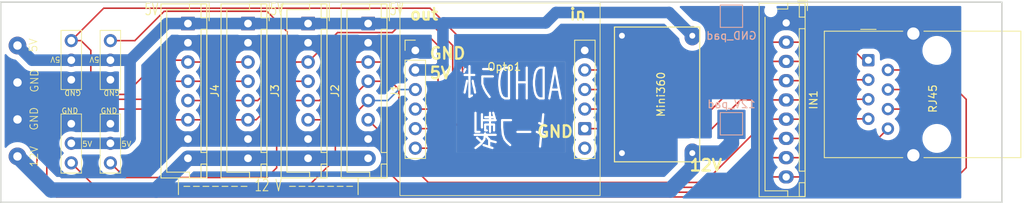
<source format=kicad_pcb>
(kicad_pcb
	(version 20240108)
	(generator "pcbnew")
	(generator_version "8.0")
	(general
		(thickness 1.6)
		(legacy_teardrops no)
	)
	(paper "A4")
	(layers
		(0 "F.Cu" signal)
		(31 "B.Cu" signal)
		(32 "B.Adhes" user "B.Adhesive")
		(33 "F.Adhes" user "F.Adhesive")
		(34 "B.Paste" user)
		(35 "F.Paste" user)
		(36 "B.SilkS" user "B.Silkscreen")
		(37 "F.SilkS" user "F.Silkscreen")
		(38 "B.Mask" user)
		(39 "F.Mask" user)
		(40 "Dwgs.User" user "User.Drawings")
		(41 "Cmts.User" user "User.Comments")
		(42 "Eco1.User" user "User.Eco1")
		(43 "Eco2.User" user "User.Eco2")
		(44 "Edge.Cuts" user)
		(45 "Margin" user)
		(46 "B.CrtYd" user "B.Courtyard")
		(47 "F.CrtYd" user "F.Courtyard")
		(48 "B.Fab" user)
		(49 "F.Fab" user)
		(50 "User.1" user)
		(51 "User.2" user)
		(52 "User.3" user)
		(53 "User.4" user)
		(54 "User.5" user)
		(55 "User.6" user)
		(56 "User.7" user)
		(57 "User.8" user)
		(58 "User.9" user)
	)
	(setup
		(pad_to_mask_clearance 0)
		(allow_soldermask_bridges_in_footprints no)
		(pcbplotparams
			(layerselection 0x0001030_ffffffff)
			(plot_on_all_layers_selection 0x0000000_00000000)
			(disableapertmacros no)
			(usegerberextensions yes)
			(usegerberattributes yes)
			(usegerberadvancedattributes yes)
			(creategerberjobfile no)
			(dashed_line_dash_ratio 12.000000)
			(dashed_line_gap_ratio 3.000000)
			(svgprecision 4)
			(plotframeref no)
			(viasonmask no)
			(mode 1)
			(useauxorigin no)
			(hpglpennumber 1)
			(hpglpenspeed 20)
			(hpglpendiameter 15.000000)
			(pdf_front_fp_property_popups yes)
			(pdf_back_fp_property_popups yes)
			(dxfpolygonmode yes)
			(dxfimperialunits yes)
			(dxfusepcbnewfont yes)
			(psnegative no)
			(psa4output no)
			(plotreference yes)
			(plotvalue yes)
			(plotfptext yes)
			(plotinvisibletext no)
			(sketchpadsonfab no)
			(subtractmaskfromsilk no)
			(outputformat 1)
			(mirror no)
			(drillshape 0)
			(scaleselection 1)
			(outputdirectory "../../Gerbers/")
		)
	)
	(net 0 "")
	(net 1 "/5V")
	(net 2 "/GND")
	(net 3 "/12V")
	(net 4 "/Rx_{1}")
	(net 5 "unconnected-(Opto1-NC-Pad6)")
	(net 6 "/Rx_{4}")
	(net 7 "/Rx_{3}")
	(net 8 "/Tx_{4}")
	(net 9 "/Rx_{2}")
	(net 10 "/Tx_{3}")
	(net 11 "/Tx_{1}")
	(net 12 "/Tx_{2}")
	(footprint "Library:Servo_pads" (layer "F.Cu") (at 97.155 73.66 180))
	(footprint "Connector_JST:JST_XH_B9B-XH-AM_1x09_P2.50mm_Vertical" (layer "F.Cu") (at 189.99 66.28 -90))
	(footprint "Library:TLP281_4_module" (layer "F.Cu") (at 153.3332 75.4348))
	(footprint "Connectors_JST:JST_XH_B08B-XH-A_08x2.50mm_Straight" (layer "F.Cu") (at 135.705 66.36 -90))
	(footprint "Connectors_JST:JST_XH_B08B-XH-A_08x2.50mm_Straight" (layer "F.Cu") (at 127.905 66.36 -90))
	(footprint "Library:Servo_pads" (layer "F.Cu") (at 97.155 79.375))
	(footprint "Mini360_step-down:Mini360_step-down" (layer "F.Cu") (at 173.23 75.565 90))
	(footprint "Connectors_JST:JST_XH_B08B-XH-A_08x2.50mm_Straight" (layer "F.Cu") (at 120.105 66.36 -90))
	(footprint "Library:Servo_pads" (layer "F.Cu") (at 102.235 73.66 180))
	(footprint "Library:PWR_pads" (layer "F.Cu") (at 90.17 83.615 90))
	(footprint "Connector_RJ:RJ45_Wuerth_7499010001A_Horizontal" (layer "F.Cu") (at 200.66 71.12))
	(footprint "Connectors_JST:JST_XH_B08B-XH-A_08x2.50mm_Straight" (layer "F.Cu") (at 112.305 66.36 -90))
	(footprint "Library:Servo_pads" (layer "F.Cu") (at 102.235 79.375))
	(footprint "TestPoint:TestPoint_Pad_2.5x2.5mm" (layer "B.Cu") (at 182.88 79.375 180))
	(footprint "TestPoint:TestPoint_Pad_2.5x2.5mm" (layer "B.Cu") (at 182.88 65.405))
	(gr_rect
		(start 88 63.58)
		(end 218 89.58)
		(stroke
			(width 0.2)
			(type default)
		)
		(fill none)
		(layer "Edge.Cuts")
		(uuid "99981f6e-9965-426a-9d7b-58bc8738d408")
	)
	(gr_text "ADHDラボ\nキーフ製"
		(at 154.305 77.47 0)
		(layer "B.Cu" knockout)
		(uuid "707bf62c-cb3d-4825-8c30-32588b985654")
		(effects
			(font
				(size 4 2.2)
				(thickness 0.3)
			)
			(justify mirror)
		)
	)
	(gr_text "GND"
		(at 157.5 81.28 0)
		(layer "F.SilkS")
		(uuid "32535348-be0e-48ce-9e4a-5411b0f6e3b5")
		(effects
			(font
				(size 1.5 1.5)
				(thickness 0.3)
				(bold yes)
			)
			(justify left bottom)
		)
	)
	(gr_text "12V"
		(at 177.29 85.645 0)
		(layer "F.SilkS")
		(uuid "3db301f1-de90-4437-847c-e38c74a837e6")
		(effects
			(font
				(size 1.5 1.5)
				(thickness 0.3)
				(bold yes)
			)
			(justify left bottom)
		)
	)
	(gr_text "GND"
		(at 143.53 71.12 0)
		(layer "F.SilkS")
		(uuid "4868dbf4-ee86-46eb-8392-5ad21730c39f")
		(effects
			(font
				(size 1.5 1.5)
				(thickness 0.3)
				(bold yes)
			)
			(justify left bottom)
		)
	)
	(gr_text "5V                   5V                  5V"
		(at 106.575152 65.405 0)
		(layer "F.SilkS")
		(uuid "97db678e-4e03-4c52-97f9-9f8a627bf02d")
		(effects
			(font
				(size 1.5 1)
				(thickness 0.125)
			)
			(justify left bottom)
		)
	)
	(gr_text "5V"
		(at 143.53 73.66 0)
		(layer "F.SilkS")
		(uuid "d6d75629-1d78-4b96-a616-586549931b41")
		(effects
			(font
				(size 1.5 1.5)
				(thickness 0.3)
				(bold yes)
			)
			(justify left bottom)
		)
	)
	(gr_text "out               in"
		(at 140.99 66.04 0)
		(layer "F.SilkS")
		(uuid "dd7e562d-5f5e-451f-9a0e-e01f2437c485")
		(effects
			(font
				(size 1.5 1.5)
				(thickness 0.3)
				(bold yes)
			)
			(justify left bottom)
		)
	)
	(gr_text "|------- 12 V -------|"
		(at 110.51 88.265 0)
		(layer "F.SilkS")
		(uuid "f89c4aef-9a62-466a-854e-0e9da3944e79")
		(effects
			(font
				(size 1.5 1)
				(thickness 0.125)
			)
			(justify left bottom)
		)
	)
	(segment
		(start 135.705 66.36)
		(end 145.415 66.36)
		(width 1.5)
		(layer "B.Cu")
		(net 1)
		(uuid "05c397d3-f681-48b3-8a10-c3744d5ec589")
	)
	(segment
		(start 104.795 71.12)
		(end 104.795 81.26)
		(width 1.5)
		(layer "B.Cu")
		(net 1)
		(uuid "1d8b323a-b178-4675-940e-fc05352abf20")
	)
	(segment
		(start 135.705 66.36)
		(end 112.305 66.36)
		(width 1.5)
		(layer "B.Cu")
		(net 1)
		(uuid "225706a2-5928-45c0-bf84-0b84919331e9")
	)
	(segment
		(start 104.795 71.12)
		(end 102.235 71.12)
		(width 1.5)
		(layer "B.Cu")
		(net 1)
		(uuid "30ef059d-4c6e-48f4-b6ea-668e0457e72b")
	)
	(segment
		(start 104.14 81.915)
		(end 97.155 81.915)
		(width 1.5)
		(layer "B.Cu")
		(net 1)
		(uuid "32182b39-12f5-45e1-be4e-18855b878106")
	)
	(segment
		(start 92.075 71.12)
		(end 90.17 69.215)
		(width 1.5)
		(layer "B.Cu")
		(net 1)
		(uuid "43932d6d-ab6e-4057-bf60-9cd73316f135")
	)
	(segment
		(start 104.14 81.915)
		(end 102.235 81.915)
		(width 1.5)
		(layer "B.Cu")
		(net 1)
		(uuid "4d8980e4-c278-424c-96d2-c3628227fb1b")
	)
	(segment
		(start 145.415 71.755)
		(end 144.78 72.39)
		(width 1.5)
		(layer "B.Cu")
		(net 1)
		(uuid "547248d2-2cea-46e8-a9fb-a64875029b95")
	)
	(segment
		(start 104.795 71.12)
		(end 97.155 71.12)
		(width 1.5)
		(layer "B.Cu")
		(net 1)
		(uuid "64a3311f-1748-43cb-9819-20924862f8e4")
	)
	(segment
		(start 158.75 66.28)
		(end 160.1 64.93)
		(width 1.5)
		(layer "B.Cu")
		(net 1)
		(uuid "749b2d05-d0d7-4e3a-9f1a-6791feaf392f")
	)
	(segment
		(start 145.415 66.36)
		(end 145.495 66.28)
		(width 1.5)
		(layer "B.Cu")
		(net 1)
		(uuid "81c1ad2b-632c-409f-a60a-224b13e4550d")
	)
	(segment
		(start 144.78 72.39)
		(end 141.85 72.39)
		(width 1.5)
		(layer "B.Cu")
		(net 1)
		(uuid "837f672f-2c2a-476a-9388-bb43a2ab99be")
	)
	(segment
		(start 174.785 64.93)
		(end 177.8 67.945)
		(width 1.5)
		(layer "B.Cu")
		(net 1)
		(uuid "85c4543b-ab0b-417d-a664-cd2c6c717287")
	)
	(segment
		(start 104.795 71.12)
		(end 92.075 71.12)
		(width 1.5)
		(layer "B.Cu")
		(net 1)
		(uuid "8e742aeb-9157-4bd4-b72f-183223c97419")
	)
	(segment
		(start 112.305 66.36)
		(end 109.555 66.36)
		(width 1.5)
		(layer "B.Cu")
		(net 1)
		(uuid "b2f453d6-5150-4938-b27e-a4bbcee2c35b")
	)
	(segment
		(start 104.795 81.26)
		(end 104.14 81.915)
		(width 1.5)
		(layer "B.Cu")
		(net 1)
		(uuid "b7f459eb-81d3-4aba-877c-8b93478541ce")
	)
	(segment
		(start 145.415 66.36)
		(end 145.415 71.755)
		(width 1.5)
		(layer "B.Cu")
		(net 1)
		(uuid "caaaa25d-100d-4a35-8779-4af78fe2ff25")
	)
	(segment
		(start 109.555 66.36)
		(end 104.795 71.12)
		(width 1.5)
		(layer "B.Cu")
		(net 1)
		(uuid "cc978171-c25b-4dca-9d11-a0b3fe2a012f")
	)
	(segment
		(start 145.495 66.28)
		(end 158.75 66.28)
		(width 1.5)
		(layer "B.Cu")
		(net 1)
		(uuid "df96a28c-a47d-47db-9830-d2ed7784de6c")
	)
	(segment
		(start 160.1 64.93)
		(end 174.785 64.93)
		(width 1.5)
		(layer "B.Cu")
		(net 1)
		(uuid "fc0f247b-8949-4b0b-8787-6b9bcd177f61")
	)
	(segment
		(start 135.705 81.36)
		(end 135.99 81.36)
		(width 1)
		(layer "F.Cu")
		(net 2)
		(uuid "3f551968-c3e1-4aa3-a42b-44a7a2ad570d")
	)
	(segment
		(start 90.17 78.815)
		(end 96.595 78.815)
		(width 0.8)
		(layer "B.Cu")
		(net 2)
		(uuid "0a120d06-f4c1-463c-b9af-93a428a87e8e")
	)
	(segment
		(start 97.155 79.375)
		(end 102.235 79.375)
		(width 0.8)
		(layer "B.Cu")
		(net 2)
		(uuid "16ec6f16-8994-48e2-9a44-f686c1de06f0")
	)
	(segment
		(start 160.949532 84.455)
		(end 161.992841 83.411691)
		(width 1)
		(layer "B.Cu")
		(net 2)
		(uuid "17728b2c-82a6-4e1d-bbc6-b1b8b74c89fb")
	)
	(segment
		(start 93.27 81.915)
		(end 90.17 78.815)
		(width 0.8)
		(layer "B.Cu")
		(net 2)
		(uuid "1af136ac-8ea3-4fdd-aacc-518c5e29cc63")
	)
	(segment
		(start 112.305 68.86)
		(end 135.705 68.86)
		(width 2)
		(layer "B.Cu")
		(net 2)
		(uuid "1e685dc4-f662-43c0-9cd9-50fd737a7e12")
	)
	(segment
		(start 182.88 70.485)
		(end 178.515 74.85)
		(width 1)
		(layer "B.Cu")
		(net 2)
		(uuid "1fc590e7-c0be-473a-bc52-12ebf30df301")
	)
	(segment
		(start 206.5 67.665)
		(end 206.5 83.465)
		(width 1)
		(layer "B.Cu")
		(net 2)
		(uuid "24ab063e-1dc3-4688-a9fc-f264b1a6c2ef")
	)
	(segment
		(start 137.895 81.36)
		(end 135.705 81.36)
		(width 2)
		(layer "B.Cu")
		(net 2)
		(uuid "25387d8d-e37a-42f2-90f6-cadc5aec10ff")
	)
	(segment
		(start 139.085 82.55)
		(end 139.085 84.455)
		(width 1)
		(layer "B.Cu")
		(net 2)
		(uuid "3ac83f4e-6f95-4ddf-b05b-4b65aa96bb02")
	)
	(segment
		(start 189.99 66.28)
		(end 191.26 66.28)
		(width 1)
		(layer "B.Cu")
		(net 2)
		(uuid "456d5105-7d41-4c42-b255-d9374922f8f6")
	)
	(segment
		(start 139.085 84.455)
		(end 140.355 85.725)
		(width 1)
		(layer "B.Cu")
		(net 2)
		(uuid "4603a257-1ecb-4c40-be39-8b6e8255e23e")
	)
	(segment
		(start 110.865 68.86)
		(end 112.305 68.86)
		(width 2)
		(layer "B.Cu")
		(net 2)
		(uuid "4985380b-f1bd-4a16-8bae-cc2bf3fbf377")
	)
	(segment
		(start 96.8 74.015)
		(end 97.155 73.66)
		(width 0.8)
		(layer "B.Cu")
		(net 2)
		(uuid "4a6a46af-9c3d-4da4-b964-db6478e962ef")
	)
	(segment
		(start 109.815 80.685)
		(end 109.22 80.09)
		(width 2)
		(layer "B.Cu")
		(net 2)
		(uuid "4d00f564-2337-49ee-ac9c-424363c748a5")
	)
	(segment
		(start 158.115 84.455)
		(end 160.949532 84.455)
		(width 1)
		(layer "B.Cu")
		(net 2)
		(uuid "4dc574ff-9b7e-43c3-a5a6-16c1523d3f9f")
	)
	(segment
		(start 93.345 83.82)
		(end 95.885 86.36)
		(width 0.2)
		(layer "B.Cu")
		(net 2)
		(uuid "532dcc1f-73cb-41df-967a-01e560bd5cbb")
	)
	(segment
		(start 102.235 79.375)
		(end 102.235 73.66)
		(width 0.8)
		(layer "B.Cu")
		(net 2)
		(uuid "5a2167f1-6ead-4f1a-8c64-323983c965ff")
	)
	(segment
		(start 175.135 74.42)
		(end 168.66 67.945)
		(width 1)
		(layer "B.Cu")
		(net 2)
		(uuid "5a36d21a-3087-421b-9b98-55cccb72be9e")
	)
	(segment
		(start 137.895 81.36)
		(end 139.085 82.55)
		(width 1)
		(layer "B.Cu")
		(net 2)
		(uuid "5b5e9e47-8097-4c10-abeb-a8fd9be20f93")
	)
	(segment
		(start 184.4675 66.9925)
		(end 182.88 65.405)
		(width 1)
		(layer "B.Cu")
		(net 2)
		(uuid "5f0f6dec-6236-4bff-acc3-db922cd2f7a5")
	)
	(segment
		(start 187.0075 66.9925)
		(end 184.4675 66.9925)
		(width 1)
		(layer "B.Cu")
		(net 2)
		(uuid "618aab27-9cbf-48a9-8cd6-133fbc71f016")
	)
	(segment
		(start 175.135 74.85)
		(end 168.66 81.325)
		(width 1)
		(layer "B.Cu")
		(net 2)
		(uuid "62d18a41-7173-40c4-afed-f47ca932f1e9")
	)
	(segment
		(start 109.22 80.09)
		(end 109.22 70.505)
		(width 2)
		(layer "B.Cu")
		(net 2)
		(uuid "637beb9a-9b9a-49b0-99e1-68cd0ecdd077")
	)
	(segment
		(start 175.135 74.85)
		(end 175.135 74.42)
		(width 1)
		(layer "B.Cu")
		(net 2)
		(uuid "6e6c7270-aa5c-4acd-ac1e-f314d96d5ff0")
	)
	(segment
		(start 191.26 66.28)
		(end 187.72 66.28)
		(width 1)
		(layer "B.Cu")
		(net 2)
		(uuid "7557309a-6846-479d-97d2-d0dc24446972")
	)
	(segment
		(start 90.245 78.815)
		(end 90.17 78.815)
		(width 2)
		(layer "B.Cu")
		(net 2)
		(uuid "77a54309-59fb-46b6-ad79-f2a6968dd7a5")
	)
	(segment
		(start 127.905 81.36)
		(end 135.705 81.36)
		(width 2)
		(layer "B.Cu")
		(net 2)
		(uuid "7e401156-336d-42f6-b7b9-060d4ca13bdb")
	)
	(segment
		(start 104.14 86.36)
		(end 104.775 85.725)
		(width 0.2)
		(layer "B.Cu")
		(net 2)
		(uuid "83ce7f8b-8b6b-4b8a-9d3f-7854ca05b96d")
	)
	(segment
		(start 161.992841 71.687159)
		(end 163.83 69.85)
		(width 0.1)
		(layer "B.Cu")
		(net 2)
		(uuid "887eecd8-d95f-48f2-bb5f-6799a324ea5b")
	)
	(segment
		(start 168.66 81.325)
		(end 168.66 83.185)
		(width 1)
		(layer "B.Cu")
		(net 2)
		(uuid "891c770f-d7b7-41b0-81cb-e91796cba9b3")
	)
	(segment
		(start 102.235 73.66)
		(end 97.155 73.66)
		(width 0.8)
		(layer "B.Cu")
		(net 2)
		(uuid "91dee233-5c1e-41d9-8f31-b3392c33836f")
	)
	(segment
		(start 120.105 81.36)
		(end 112.305 81.36)
		(width 2)
		(layer "B.Cu")
		(net 2)
		(uuid "9633625a-d01f-407a-8d44-75285f2efdbd")
	)
	(segment
		(start 112.305 81.36)
		(end 110.49 81.36)
		(width 2)
		(layer "B.Cu")
		(net 2)
		(uuid "9a327eec-6767-435d-b514-b73925c412ed")
	)
	(segment
		(start 93.345 81.915)
		(end 93.345 83.82)
		(width 0.8)
		(layer "B.Cu")
		(net 2)
		(uuid "9eacdf00-e6e7-44c1-aab6-ea29869b1d44")
	)
	(segment
		(start 187.72 66.28)
		(end 187.0075 66.9925)
		(width 1)
		(layer "B.Cu")
		(net 2)
		(uuid "a49f3966-e1e4-479e-b53a-ea96ea108463")
	)
	(segment
		(start 96.595 78.815)
		(end 97.155 79.375)
		(width 0.8)
		(layer "B.Cu")
		(net 2)
		(uuid "a7c8d03a-7bea-43f6-ac39-799bf487560c")
	)
	(segment
		(start 164.545 69.135)
		(end 163.83 69.85)
		(width 1)
		(layer "B.Cu")
		(net 2)
		(uuid "ae599120-5280-4af2-8b81-8af0bf590775")
	)
	(segment
		(start 95.885 86.36)
		(end 104.14 86.36)
		(width 0.2)
		(layer "B.Cu")
		(net 2)
		(uuid "b08ac564-1457-4343-a7f0-f7a1ccfff22b")
	)
	(segment
		(start 93.345 81.915)
		(end 93.27 81.915)
		(width 0.8)
		(layer "B.Cu")
		(net 2)
		(uuid "b4504f8b-57d8-430f-8db6-ed5aa88872cd")
	)
	(segment
		(start 109.22 70.505)
		(end 110.865 68.86)
		(width 2)
		(layer "B.Cu")
		(net 2)
		(uuid "b46fc54d-8512-409c-ab08-235abbc09597")
	)
	(segment
		(start 139.7 69.85)
		(end 141.85 69.85)
		(width 2)
		(layer "B.Cu")
		(net 2)
		(uuid "b58c600e-fe4e-439f-9c82-a37ad556f25f")
	)
	(segment
		(start 104.775 85.725)
		(end 109.815 80.685)
		(width 0.2)
		(layer "B.Cu")
		(net 2)
		(uuid "ba082e1b-e1b0-4b8c-a1a9-f8d9c494b7cb")
	)
	(segment
		(start 156.845 85.725)
		(end 158.115 84.455)
		(width 1)
		(layer "B.Cu")
		(net 2)
		(uuid "c1461f0b-fcbe-4710-a11f-31f192899ebd")
	)
	(segment
		(start 140.355 85.725)
		(end 156.845 85.725)
		(width 1)
		(layer "B.Cu")
		(net 2)
		(uuid "c677c84a-6599-4a4e-9c94-6103c550eeb3")
	)
	(segment
		(start 182.88 65.405)
		(end 182.88 70.485)
		(width 1)
		(layer "B.Cu")
		(net 2)
		(uuid "c90775aa-1d6b-4968-8f97-b74ad4aad6d0")
	)
	(segment
		(start 90.17 78.815)
		(end 90.17 74.015)
		(width 0.8)
		(layer "B.Cu")
		(net 2)
		(uuid "cad61863-f474-4975-9c8c-973961ea6acc")
	)
	(segment
		(start 135.705 68.86)
		(end 138.71 68.86)
		(width 2)
		(layer "B.Cu")
		(net 2)
		(uuid "d70e5ee7-39b0-4bf7-821e-981df1cba579")
	)
	(segment
		(start 110.49 81.36)
		(end 109.815 80.685)
		(width 2)
		(layer "B.Cu")
		(net 2)
		(uuid "e7febc55-e8c5-46dd-ba11-518ad528687c")
	)
	(segment
		(start 178.515 74.85)
		(end 175.135 74.85)
		(width 1)
		(layer "B.Cu")
		(net 2)
		(uuid "e8f0ec84-bda7-4cbf-80a5-5603cda46d31")
	)
	(segment
		(start 161.992841 83.411691)
		(end 161.992841 71.687159)
		(width 0.2)
		(layer "B.Cu")
		(net 2)
		(uuid "e9b21462-acf1-4dc3-9c5c-da4c7eda728b")
	)
	(segment
		(start 191.26 66.28)
		(end 205.115 66.28)
		(width 1)
		(layer "B.Cu")
		(net 2)
		(uuid "f0dfbb63-bf1f-4b99-94ea-124adb9538a5")
	)
	(segment
		(start 90.17 74.015)
		(end 96.8 74.015)
		(width 0.8)
		(layer "B.Cu")
		(net 2)
		(uuid "f1454539-086d-40e7-8da8-71f7af651b86")
	)
	(segment
		(start 205.115 66.28)
		(end 206.5 67.665)
		(width 1)
		(layer "B.Cu")
		(net 2)
		(uuid "f3f4071f-038f-42c7-8ca1-b4135b39ce39")
	)
	(segment
		(start 127.905 81.36)
		(end 120.105 81.36)
		(width 2)
		(layer "B.Cu")
		(net 2)
		(uuid "f84547ea-5bf9-481c-9a0d-532f3e2c19c0")
	)
	(segment
		(start 138.71 68.86)
		(end 139.7 69.85)
		(width 2)
		(layer "B.Cu")
		(net 2)
		(uuid "fa2a5066-05d7-4c87-9090-227b9f64a4c7")
	)
	(segment
		(start 174.955 87.98)
		(end 174.955 87.935)
		(width 2)
		(layer "B.Cu")
		(net 3)
		(uuid "2bde1cc6-969d-4409-906d-c0ed92d89171")
	)
	(segment
		(start 90.17 83.615)
		(end 94.535 87.98)
		(width 2)
		(layer "B.Cu")
		(net 3)
		(uuid "2d41a3ea-107b-4c4c-a6d2-875237186481")
	)
	(segment
		(start 120.105 83.86)
		(end 112.305 83.86)
		(width 2)
		(layer "B.Cu")
		(net 3)
		(uuid "372b8673-9d2e-42de-a3c3-5dd2a970c0bc")
	)
	(segment
		(start 94.535 87.98)
		(end 108.185 87.98)
		(width 2)
		(layer "B.Cu")
		(net 3)
		(uuid "5b850a97-8cc9-4eec-986d-ca46c8bebfb4")
	)
	(segment
		(start 108.185 87.98)
		(end 112.305 83.86)
		(width 2)
		(layer "B.Cu")
		(net 3)
		(uuid "6dcad2a7-5902-4f41-9d99-be9788aba593")
	)
	(segment
		(start 181.61 83.185)
		(end 182.88 81.915)
		(width 2)
		(layer "B.Cu")
		(net 3)
		(uuid "6f39bec5-e323-46ca-90d6-c748cc5a225b")
	)
	(segment
		(start 127.905 83.86)
		(end 120.105 83.86)
		(width 2)
		(layer "B.Cu")
		(net 3)
		(uuid "81557220-03f4-45ea-a50a-7fa28f7a2ed4")
	)
	(segment
		(start 174.955 87.935)
		(end 177.8 85.09)
		(width 2)
		(layer "B.Cu")
		(net 3)
		(uuid "ab3b450e-9d60-4763-a243-f8a441d395be")
	)
	(segment
		(start 108.185 87.98)
		(end 174.955 87.98)
		(width 2)
		(layer "B.Cu")
		(net 3)
		(uuid "b295801e-3557-4a96-88ce-de1ac6772364")
	)
	(segment
		(start 135.705 83.86)
		(end 127.905 83.86)
		(width 2)
		(layer "B.Cu")
		(net 3)
		(uuid "c397eefe-8019-4d5c-a944-bf262e2ff4c9")
	)
	(segment
		(start 177.8 85.09)
		(end 177.8 83.185)
		(width 2)
		(layer "B.Cu")
		(net 3)
		(uuid "cd7a9eb0-441d-400e-aa3d-4b340b599843")
	)
	(segment
		(start 177.8 83.185)
		(end 181.61 83.185)
		(width 2)
		(layer "B.Cu")
		(net 3)
		(uuid "e5dee334-5e7d-4276-bd8a-43e49f9c31a0")
	)
	(segment
		(start 182.88 81.915)
		(end 182.88 79.375)
		(width 2)
		(layer "B.Cu")
		(net 3)
		(uuid "f8975b58-766a-4e1a-b1bd-29e9544565af")
	)
	(segment
		(start 137.795 80.95)
		(end 135.705 78.86)
		(width 0.2)
		(layer "F.Cu")
		(net 4)
		(uuid "1c53f6bd-386a-4003-ba48-78e1725ab2b2")
	)
	(segment
		(start 140.335 87.63)
		(end 137.795 85.09)
		(width 0.2)
		(layer "F.Cu")
		(net 4)
		(uuid "1ce39d4b-9d9d-4ca1-b90e-a6b0ce0dc644")
	)
	(segment
		(start 206.375 78.105)
		(end 205.74 77.47)
		(width 0.2)
		(layer "F.Cu")
		(net 4)
		(uuid "6293a399-62ad-4c36-9ee5-4a65043e8cf5")
	)
	(segment
		(start 201.93 84.455)
		(end 206.375 80.01)
		(width 0.2)
		(layer "F.Cu")
		(net 4)
		(uuid "67ef0780-dc67-4afb-8286-cef0db07391d")
	)
	(segment
		(start 187.325 81.28)
		(end 180.975 87.63)
		(width 0.2)
		(layer "F.Cu")
		(net 4)
		(uuid "682067e7-25ef-42b9-be94-f26a770e9be6")
	)
	(segment
		(start 189.99 81.28)
		(end 187.325 81.28)
		(width 0.2)
		(layer "F.Cu")
		(net 4)
		(uuid "78119bef-f2e4-480a-ac1a-697433d2465f")
	)
	(segment
		(start 193.04 81.28)
		(end 196.215 84.455)
		(width 0.2)
		(layer "F.Cu")
		(net 4)
		(uuid "7ce859f0-2cc7-4c9c-96d2-6255f2db6322")
	)
	(segment
		(start 196.215 84.455)
		(end 201.93 84.455)
		(width 0.2)
		(layer "F.Cu")
		(net 4)
		(uuid "7f5e0b41-1643-476d-91fd-e617fd0e5f72")
	)
	(segment
		(start 206.375 80.01)
		(end 206.375 78.105)
		(width 0.2)
		(layer "F.Cu")
		(net 4)
		(uuid "8761a383-352f-41b1-8b1f-5d6ebe9d97ef")
	)
	(segment
		(start 205.74 77.47)
		(end 203.2 77.47)
		(width 0.2)
		(layer "F.Cu")
		(net 4)
		(uuid "9fdbb2bc-9049-48a1-9366-c24f27b9c2f6")
	)
	(segment
		(start 137.795 85.09)
		(end 137.795 80.95)
		(width 0.2)
		(layer "F.Cu")
		(net 4)
		(uuid "a045457c-e65e-4223-9f85-48e9ff49d44c")
	)
	(segment
		(start 180.975 87.63)
		(end 140.335 87.63)
		(width 0.2)
		(layer "F.Cu")
		(net 4)
		(uuid "a67f17f0-6090-4328-ac03-064eb27943db")
	)
	(segment
		(start 189.99 81.28)
		(end 193.04 81.28)
		(width 0.2)
		(layer "F.Cu")
		(net 4)
		(uuid "a98e97a8-852c-49f7-8b72-c930d29ea808")
	)
	(segment
		(start 93.98 76.2)
		(end 92.71 77.47)
		(width 0.2)
		(layer "F.Cu")
		(net 6)
		(uuid "14b44f83-9768-42fa-9008-ff5b044e5869")
	)
	(segment
		(start 213.36 76.2)
		(end 209.55 72.39)
		(width 0.2)
		(layer "F.Cu")
		(net 6)
		(uuid "1ab0c564-fc02-4989-b305-b82279cfaf0d")
	)
	(segment
		(start 109.02 73.86)
		(end 106.68 76.2)
		(width 0.2)
		(layer "F.Cu")
		(net 6)
		(uuid "1cb098e0-ce3e-4841-a635-f86a2d619e18")
	)
	(segment
		(start 112.305 73.86)
		(end 112.105 73.66)
		(width 0.2)
		(layer "F.Cu")
		(net 6)
		(uuid "238a8d4e-7a74-4555-a714-5397bcf25761")
	)
	(segment
		(start 95.23 88.88)
		(end 185.44 88.88)
		(width 0.2)
		(layer "F.Cu")
		(net 6)
		(uuid "2e99a903-14a6-4d63-ad5a-b803f418eef1")
	)
	(segment
		(start 92.71 86.36)
		(end 95.23 88.88)
		(width 0.2)
		(layer "F.Cu")
		(net 6)
		(uuid "4ae0ee52-de65-40f0-8110-420faa88ef24")
	)
	(segment
		(start 92.71 77.47)
		(end 92.71 86.36)
		(width 0.2)
		(layer "F.Cu")
		(net 6)
		(uuid "7ef421d4-5072-4c0a-b045-1164ba44932f")
	)
	(segment
		(start 209.55 72.39)
		(end 203.2 72.39)
		(width 0.2)
		(layer "F.Cu")
		(net 6)
		(uuid "883bfd96-0434-47f3-af2e-92e6da61abab")
	)
	(segment
		(start 185.44 88.88)
		(end 188.04 86.28)
		(width 0.2)
		(layer "F.Cu")
		(net 6)
		(uuid "8ab70c60-3a9a-4a82-ae59-44a6dd18e2ad")
	)
	(segment
		(start 188.04 86.28)
		(end 189.99 86.28)
		(width 0.2)
		(layer "F.Cu")
		(net 6)
		(uuid "9aafaa12-e62a-4016-8f94-f2048eb740c4")
	)
	(segment
		(start 189.99 86.28)
		(end 192.325 86.28)
		(width 0.2)
		(layer "F.Cu")
		(net 6)
		(uuid "a0c4605d-f144-45f9-b4f4-4c86a479fcd6")
	)
	(segment
		(start 112.305 73.86)
		(end 120.105 73.86)
		(width 0.2)
		(layer "F.Cu")
		(net 6)
		(uuid "a2e01b79-206b-4b17-8585-eb8262219ac6")
	)
	(segment
		(start 213.36 85.09)
		(end 213.36 76.2)
		(width 0.2)
		(layer "F.Cu")
		(net 6)
		(uuid "a362d257-efa2-4b29-a4a1-2d3f5ff572a2")
	)
	(segment
		(start 112.305 73.86)
		(end 109.02 73.86)
		(width 0.2)
		(layer "F.Cu")
		(net 6)
		(uuid "b8c0911c-45b1-46b5-b69c-83f4ba1d32ab")
	)
	(segment
		(start 192.325 86.28)
		(end 194.31 88.265)
		(width 0.2)
		(layer "F.Cu")
		(net 6)
		(uuid "c8d46810-67f4-4f5b-afd8-b447aeee0576")
	)
	(segment
		(start 210.185 88.265)
		(end 213.36 85.09)
		(width 0.2)
		(layer "F.Cu")
		(net 6)
		(uuid "d0ed8a7f-f6d0-4b70-8b7e-61f9e3efe60a")
	)
	(segment
		(start 190.07 86.36)
		(end 189.99 86.28)
		(width 0.2)
		(layer "F.Cu")
		(net 6)
		(uuid "d37f784d-58ed-471c-8468-1b6c26c8fde9")
	)
	(segment
		(start 194.31 88.265)
		(end 210.185 88.265)
		(width 0.2)
		(layer "F.Cu")
		(net 6)
		(uuid "db86729e-08cc-43d2-b9fa-7ae707853844")
	)
	(segment
		(start 106.68 76.2)
		(end 93.98 76.2)
		(width 0.2)
		(layer "F.Cu")
		(net 6)
		(uuid "ec621bf5-48e3-4043-8615-83f067769f2b")
	)
	(segment
		(start 195.58 86.995)
		(end 209.55 86.995)
		(width 0.2)
		(layer "F.Cu")
		(net 7)
		(uuid "071f9af0-2cf3-4b72-b3f4-7f404f7ba2d1")
	)
	(segment
		(start 209.55 86.995)
		(end 212.09 84.455)
		(width 0.2)
		(layer "F.Cu")
		(net 7)
		(uuid "0a334cc7-0799-41fd-8034-7f90a3afdd09")
	)
	(segment
		(start 187.365 83.78)
		(end 189.99 83.78)
		(width 0.2)
		(layer "F.Cu")
		(net 7)
		(uuid "197b9732-1f46-45a2-910d-fc3f97bf30c2")
	)
	(segment
		(start 93.98 78.105)
		(end 93.98 86.36)
		(width 0.2)
		(layer "F.Cu")
		(net 7)
		(uuid "2049ee90-5e64-4526-9251-244cd8e7e3c9")
	)
	(segment
		(start 95.885 88.265)
		(end 182.88 88.265)
		(width 0.2)
		(layer "F.Cu")
		(net 7)
		(uuid "4573524e-9ef2-4094-ad30-e00244c3d7c3")
	)
	(segment
		(start 212.09 84.455)
		(end 212.09 77.47)
		(width 0.2)
		(layer "F.Cu")
		(net 7)
		(uuid "4abb0385-e0c1-4dbc-804b-fd7ef1c883c4")
	)
	(segment
		(start 108.07 78.86)
		(end 106.68 77.47)
		(width 0.2)
		(layer "F.Cu")
		(net 7)
		(uuid "554d39d7-3f7e-48e5-a269-06ffe89314c0")
	)
	(segment
		(start 112.305 78.86)
		(end 120.105 78.86)
		(width 0.2)
		(layer "F.Cu")
		(net 7)
		(uuid "5cb025ed-3e22-426a-82c8-509a07d383ce")
	)
	(segment
		(start 106.68 77.47)
		(end 94.615 77.47)
		(width 0.2)
		(layer "F.Cu")
		(net 7)
		(uuid "6e1ae93d-11c1-45a8-aabc-1c28a3830cb2")
	)
	(segment
		(start 126.165 73.86)
		(end 127.905 73.86)
		(width 0.2)
		(layer "F.Cu")
		(net 7)
		(uuid "728382cb-5d64-4841-9860-f813517f6ab3")
	)
	(segment
		(start 209.55 74.93)
		(end 203.2 74.93)
		(width 0.2)
		(layer "F.Cu")
		(net 7)
		(uuid "8cc618f5-b784-416e-b584-8711d19bf295")
	)
	(segment
		(start 120.105 78.86)
		(end 121.165 78.86)
		(width 0.2)
		(layer "F.Cu")
		(net 7)
		(uuid "911ff487-5f94-44c8-986c-2503f7e9e202")
	)
	(segment
		(start 189.99 83.78)
		(end 192.365 83.78)
		(width 0.2)
		(layer "F.Cu")
		(net 7)
		(uuid "938f911f-2828-4f0e-b4ec-01feaed7d1d6")
	)
	(segment
		(start 121.165 78.86)
		(end 126.165 73.86)
		(width 0.2)
		(layer "F.Cu")
		(net 7)
		(uuid "9404e5af-e6e1-4a50-a46e-a272f50bcb16")
	)
	(segment
		(start 182.88 88.265)
		(end 187.365 83.78)
		(width 0.2)
		(layer "F.Cu")
		(net 7)
		(uuid "9a298be4-7bb4-43f6-bcd9-ec3837b54a35")
	)
	(segment
		(start 212.09 77.47)
		(end 209.55 74.93)
		(width 0.2)
		(layer "F.Cu")
		(net 7)
		(uuid "9de3ab82-c18e-4d26-a002-9d300d200d1a")
	)
	(segment
		(start 94.615 77.47)
		(end 93.98 78.105)
		(width 0.2)
		(layer "F.Cu")
		(net 7)
		(uuid "a0c0c4eb-dee8-4213-af87-a1d64b159117")
	)
	(segment
		(start 112.305 78.86)
		(end 108.07 78.86)
		(width 0.2)
		(layer "F.Cu")
		(net 7)
		(uuid "b77cb893-d775-4c69-b094-6361fcd607e9")
	)
	(segment
		(start 192.365 83.78)
		(end 195.58 86.995)
		(width 0.2)
		(layer "F.Cu")
		(net 7)
		(uuid "d599498f-e6fa-4cb1-b38f-6bb5360e06ab")
	)
	(segment
		(start 93.98 86.36)
		(end 95.885 88.265)
		(width 0.2)
		(layer "F.Cu")
		(net 7)
		(uuid "f4ac1bed-e525-4d6b-9e97-6557e2cf1963")
	)
	(segment
		(start 112.305 78.86)
		(end 112.305 78.85)
		(width 0.2)
		(layer "B.Cu")
		(net 7)
		(uuid "0ce0fb0e-a3e7-4390-b3e9-43572bc36c67")
	)
	(segment
		(start 112.305 78.85)
		(end 112.415 78.74)
		(width 0.2)
		(layer "B.Cu")
		(net 7)
		(uuid "2be09f99-ed5c-4da1-adef-60ecda85abfe")
	)
	(segment
		(start 112.415 78.74)
		(end 112.535 78.86)
		(width 0.2)
		(layer "B.Cu")
		(net 7)
		(uuid "b478d4c3-8723-4e65-abf4-bbeb9653af32")
	)
	(segment
		(start 100.33 75.565)
		(end 99.695 74.93)
		(width 0.2)
		(layer "F.Cu")
		(net 8)
		(uuid "06edb6f2-3f4b-4cc1-bf70-8151c703d03f")
	)
	(segment
		(start 144.145 82.55)
		(end 147.955 78.74)
		(width 0.2)
		(layer "F.Cu")
		(net 8)
		(uuid "1b9a3d13-4b71-466e-9bd9-91b817740cad")
	)
	(segment
		(start 104.14 75.565)
		(end 100.33 75.565)
		(width 0.2)
		(layer "F.Cu")
		(net 8)
		(uuid "2bdf6c9f-df26-4e74-933b-b88eb5a15a74")
	)
	(segment
		(start 194.945 78.74)
		(end 192.485 76.28)
		(width 0.2)
		(layer "F.Cu")
		(net 8)
		(uuid "32323897-de13-4bd3-9909-39c69cffe9cb")
	)
	(segment
		(start 143.745 64.37)
		(end 101.365 64.37)
		(width 0.2)
		(layer "F.Cu")
		(net 8)
		(uuid "3f2d610c-243e-43db-a2d6-4979d3a3e6fc")
	)
	(segment
		(start 106.9975 72.7075)
		(end 108.585 71.12)
		(width 0.2)
		(layer "F.Cu")
		(net 8)
		(uuid "478152b3-6d42-4608-b3d7-f472eec06926")
	)
	(segment
		(start 180.34 80.01)
		(end 163.83 80.01)
		(width 0.2)
		(layer "F.Cu")
		(net 8)
		(uuid "59e7b750-1a64-402f-a72d-79ab0770296b")
	)
	(segment
		(start 184.07 76.28)
		(end 180.34 80.01)
		(width 0.2)
		(layer "F.Cu")
		(net 8)
		(uuid "5fa13bbe-15ab-402e-97af-8b3ed4f21b63")
	)
	(segment
		(start 99.695 69.85)
		(end 98.425 68.58)
		(width 0.2)
		(layer "F.Cu")
		(net 8)
		(uuid "6ac37d02-8540-4d08-8a26-aec631c2e60a")
	)
	(segment
		(start 192.485 76.28)
		(end 189.99 76.28)
		(width 0.2)
		(layer "F.Cu")
		(net 8)
		(uuid "867d134e-7d9a-4d3d-bcf3-721337b0650c")
	)
	(segment
		(start 200.66 78.74)
		(end 194.945 78.74)
		(width 0.2)
		(layer "F.Cu")
		(net 8)
		(uuid "96268c99-2237-4e26-aa36-87604637883d")
	)
	(segment
		(start 101.365 64.37)
		(end 97.155 68.58)
		(width 0.2)
		(layer "F.Cu")
		(net 8)
		(uuid "abde81b7-2d7c-4556-9b9c-c667210fcf44")
	)
	(segment
		(start 107.24 72.465)
		(end 104.14 75.565)
		(width 0.2)
		(layer "F.Cu")
		(net 8)
		(uuid "c4576ab4-9308-42d7-af1f-0c8b6a0eba27")
	)
	(segment
		(start 147.955 68.58)
		(end 143.745 64.37)
		(width 0.2)
		(layer "F.Cu")
		(net 8)
		(uuid "c564496d-8b7f-4fcb-a255-b45a4121827e")
	)
	(segment
		(start 147.955 78.74)
		(end 147.955 68.58)
		(width 0.2)
		(layer "F.Cu")
		(net 8)
		(uuid "c58a6796-4f77-4757-b250-a28b45e7eb5c")
	)
	(segment
		(start 141.85 82.55)
		(end 144.145 82.55)
		(width 0.2)
		(layer "F.Cu")
		(net 8)
		(uuid "c86260a2-7c11-4050-ad74-1e1efeb889cf")
	)
	(segment
		(start 189.99 76.28)
		(end 184.07 76.28)
		(width 0.2)
		(layer "F.Cu")
		(net 8)
		(uuid "caa74e75-6088-4e36-8736-1b4743d4e56a")
	)
	(segment
		(start 112.305 71.36)
		(end 120.105 71.36)
		(width 0.2)
		(layer "F.Cu")
		(net 8)
		(uuid "d34aed50-ad1d-411a-ae08-62830021243c")
	)
	(segment
		(start 108.585 71.12)
		(end 112.065 71.12)
		(width 0.2)
		(layer "F.Cu")
		(net 8)
		(uuid "d7776142-7ff2-4b90-bcd3-0e42ef9b3847")
	)
	(segment
		(start 98.425 68.58)
		(end 97.155 68.58)
		(width 0.2)
		(layer "F.Cu")
		(net 8)
		(uuid "e64e976d-97bd-4392-adc5-e62edd27a4fc")
	)
	(segment
		(start 99.695 74.93)
		(end 99.695 69.85)
		(width 0.2)
		(layer "F.Cu")
		(net 8)
		(uuid "f6bf9a61-8c34-482e-ada9-0f74c65feffe")
	)
	(segment
		(start 112.065 71.12)
		(end 112.305 71.36)
		(width 0.2)
		(layer "F.Cu")
		(net 8)
		(uuid "fd8bebe6-7ba0-42d0-80d2-f6f3c35923c7")
	)
	(segment
		(start 112.305 71.36)
		(end 112.305 71.23)
		(width 0.2)
		(layer "B.Cu")
		(net 8)
		(uuid "514d4351-f709-4244-a43a-a5ee3179af9b")
	)
	(segment
		(start 112.305 71.23)
		(end 112.415 71.12)
		(width 0.2)
		(layer "B.Cu")
		(net 8)
		(uuid "a46199ae-6d15-4fc9-ab73-c4d476828202")
	)
	(segment
		(start 138.63 73.86)
		(end 135.705 73.86)
		(width 0.2)
		(layer "F.Cu")
		(net 9)
		(uuid "0480a57f-ff79-482d-a7f0-4c966bf0829d")
	)
	(segment
		(start 179.3875 86.995)
		(end 143.51 86.995)
		(width 0.2)
		(layer "F.Cu")
		(net 9)
		(uuid "052de806-93e4-476b-bf28-235de7097af2")
	)
	(segment
		(start 189.99 78.78)
		(end 193.715 78.78)
		(width 0.2)
		(layer "F.Cu")
		(net 9)
		(uuid "0f1c9a7a-a7d3-4c14-8e89-739050ea40fc")
	)
	(segment
		(start 139.7 83.185)
		(end 139.7 74.93)
		(width 0.2)
		(layer "F.Cu")
		(net 9)
		(uuid "122452dd-7c20-4e0f-b3ad-82c994a1ffeb")
	)
	(segment
		(start 201.295 81.915)
		(end 203.2 80.01)
		(width 0.2)
		(layer "F.Cu")
		(net 9)
		(uuid "2909c14c-214a-4a5d-8b1c-ffb473d99b1a")
	)
	(segment
		(start 143.51 86.995)
		(end 139.7 83.185)
		(width 0.2)
		(layer "F.Cu")
		(net 9)
		(uuid "46920e04-9298-44a1-aeec-605321cc0b2d")
	)
	(segment
		(start 189.99 78.78)
		(end 187.6025 78.78)
		(width 0.2)
		(layer "F.Cu")
		(net 9)
		(uuid "6a34328e-8a8b-45de-b6cc-1b709cd4f7fe")
	)
	(segment
		(start 189.99 78.78)
		(end 189.95 78.74)
		(width 0.2)
		(layer "F.Cu")
		(net 9)
		(uuid "6f2c5d2c-4d47-49a1-aa85-4eca4a37a338")
	)
	(segment
		(start 130.69 78.86)
		(end 130.705 78.86)
		(width 0.2)
		(layer "F.Cu")
		(net 9)
		(uuid "754a4989-6316-45ae-ab9a-98ed8fe92c82")
	)
	(segment
		(start 196.85 81.915)
		(end 201.295 81.915)
		(width 0.2)
		(layer "F.Cu")
		(net 9)
		(uuid "a3405d25-963c-410e-901c-aee4be487a3f")
	)
	(segment
		(start 193.715 78.78)
		(end 196.85 81.915)
		(width 0.2)
		(layer "F.Cu")
		(net 9)
		(uuid "c3909e55-4798-41d2-845b-5a382f2bf541")
	)
	(segment
		(start 127.905 78.86)
		(end 130.69 78.86)
		(width 0.2)
		(layer "F.Cu")
		(net 9)
		(uuid "c5c011ea-18f6-4ca0-b14a-e34ca21df771")
	)
	(segment
		(start 139.7 74.93)
		(end 138.63 73.86)
		(width 0.2)
		(layer "F.Cu")
		(net 9)
		(uuid "d8ec5ce8-71f3-4a38-a4f1-8eb9accdcbec")
	)
	(segment
		(start 130.705 78.86)
		(end 135.705 73.86)
		(width 0.2)
		(layer "F.Cu")
		(net 9)
		(uuid "ec883ee1-a5f5-4c01-b4c5-9346fd4b0a7b")
	)
	(segment
		(start 187.6025 78.78)
		(end 179.3875 86.995)
		(width 0.2)
		(layer "F.Cu")
		(net 9)
		(uuid "f02c171d-75f7-44dc-a5fb-6792a3d69316")
	)
	(segment
		(start 146.685 69.215)
		(end 144.145 66.675)
		(width 0.2)
		(layer "F.Cu")
		(net 10)
		(uuid "10c4e92d-0ab1-45a3-be5d-495104f4ee68")
	)
	(segment
		(start 146.685 77.47)
		(end 146.685 69.215)
		(width 0.2)
		(layer "F.Cu")
		(net 10)
		(uuid "1a9f967a-fc70-43cf-b910-0319aacec146")
	)
	(segment
		(start 184.15 73.66)
		(end 180.34 77.47)
		(width 0.2)
		(layer "F.Cu")
		(net 10)
		(uuid "347727ba-0a83-43f9-8e13-2917d48a3eb8")
	)
	(segment
		(start 138.84 67.535)
		(end 131.73 67.535)
		(width 0.2)
		(layer "F.Cu")
		(net 10)
		(uuid "36d6ede0-fb0e-4838-b6fc-73d5ecf49ef9")
	)
	(segment
		(start 144.145 80.01)
		(end 146.685 77.47)
		(width 0.2)
		(layer "F.Cu")
		(net 10)
		(uuid "3848661d-eca6-4309-bafb-f19bce63e5f4")
	)
	(segment
		(start 126.365 71.36)
		(end 127.905 71.36)
		(width 0.2)
		(layer "F.Cu")
		(net 10)
		(uuid "41bb01f2-a764-49e5-aebe-213001432057")
	)
	(segment
		(start 141.85 80.01)
		(end 144.145 80.01)
		(width 0.2)
		(layer "F.Cu")
		(net 10)
		(uuid "43d94d88-bb62-41a6-b85e-0fbd9a8a83a1")
	)
	(segment
		(start 200.66 76.2)
		(end 194.945 76.2)
		(width 0.2)
		(layer "F.Cu")
		(net 10)
		(uuid "4f4d2c4b-1513-44a0-aa51-9f7608c236d4")
	)
	(segment
		(start 139.7 66.675)
		(end 138.84 67.535)
		(width 0.2)
		(layer "F.Cu")
		(net 10)
		(uuid "54490e7b-6509-4f3e-bfe6-2f1f2f4b3b7d")
	)
	(segment
		(start 125.19 67.405)
		(end 125.19 72.535)
		(width 0.2)
		(layer "F.Cu")
		(net 10)
		(uuid "6532ebfe-26a6-42c1-87c2-f0b172ae40f0")
	)
	(segment
		(start 189.87 73.66)
		(end 184.15 73.66)
		(width 0.2)
		(layer "F.Cu")
		(net 10)
		(uuid "65502c04-8aa3-40ff-8472-f9fc9fbbd90f")
	)
	(segment
		(start 144.145 66.675)
		(end 139.7 66.675)
		(width 0.2)
		(layer "F.Cu")
		(net 10)
		(uuid "69859c7e-3452-4276-8d17-a56009392695")
	)
	(segment
		(start 180.34 77.47)
		(end 163.83 77.47)
		(width 0.2)
		(layer "F.Cu")
		(net 10)
		(uuid "6ca228e3-f11f-4f6a-8269-4b6eb740aa9f")
	)
	(segment
		(start 131.73 67.535)
		(end 127.905 71.36)
		(width 0.2)
		(layer "F.Cu")
		(net 10)
		(uuid "832b6678-5754-4ae0-9b78-72a7e8a86fb3")
	)
	(segment
		(start 194.945 76.2)
		(end 192.525 73.78)
		(width 0.2)
		(layer "F.Cu")
		(net 10)
		(uuid "85d88517-2267-467e-941d-5d93921f9e65")
	)
	(segment
		(start 112.305 76.36)
		(end 120.105 76.36)
		(width 0.2)
		(layer "F.Cu")
		(net 10)
		(uuid "879f4ad8-ebc8-4707-ad9e-37c34a22479b")
	)
	(segment
		(start 120.105 76.36)
		(end 121.365 76.36)
		(width 0.2)
		(layer "F.Cu")
		(net 10)
		(uuid "952fc348-7572-4b94-933c-b4813ff5e5ee")
	)
	(segment
		(start 109.22 64.77)
		(end 122.555 64.77)
		(width 0.2)
		(layer "F.Cu")
		(net 10)
		(uuid "b4aa3baf-a1a6-4c09-90b4-73f7fa1ca37d")
	)
	(segment
		(start 121.365 76.36)
		(end 126.365 71.36)
		(width 0.2)
		(layer "F.Cu")
		(net 10)
		(uuid "b5b702f1-6967-44c4-aa77-be1f73874039")
	)
	(segment
		(start 192.525 73.78)
		(end 189.99 73.78)
		(width 0.2)
		(layer "F.Cu")
		(net 10)
		(uuid "c6276534-8cfe-4f92-8537-f53b46b9f57b")
	)
	(segment
		(start 122.555 64.77)
		(end 125.19 67.405)
		(width 0.2)
		(layer "F.Cu")
		(net 10)
		(uuid "cf064bf9-38fb-40e4-ab03-bbf6bdd3d189")
	)
	(segment
		(start 105.41 68.58)
		(end 109.22 64.77)
		(width 0.2)
		(layer "F.Cu")
		(net 10)
		(uuid "cfbd491a-390f-4339-8aaf-ac7cc0417747")
	)
	(segment
		(start 189.99 73.78)
		(end 189.87 73.66)
		(width 0.2)
		(layer "F.Cu")
		(net 10)
		(uuid "de3e5bff-7914-4e95-8b0b-3ad357df2943")
	)
	(segment
		(start 102.235 68.58)
		(end 105.41 68.58)
		(width 0.2)
		(layer "F.Cu")
		(net 10)
		(uuid "ed5af390-60e2-4410-84e4-d3adda20cb2a")
	)
	(segment
		(start 112.415 76.2)
		(end 112.575 76.36)
		(width 0.2)
		(layer "B.Cu")
		(net 10)
		(uuid "0e584542-2496-4b83-ba11-db5826f79d31")
	)
	(segment
		(start 112.305 76.36)
		(end 112.305 76.31)
		(width 0.2)
		(layer "B.Cu")
		(net 10)
		(uuid "3988cc7a-fad5-4164-9547-b4af259ed84a")
	)
	(segment
		(start 112.305 76.31)
		(end 112.415 76.2)
		(width 0.2)
		(layer "B.Cu")
		(net 10)
		(uuid "8d8be6a9-42f9-471c-93f5-3908ec9253a1")
	)
	(segment
		(start 200.025 71.12)
		(end 197.685 68.78)
		(width 0.2)
		(layer "F.Cu")
		(net 11)
		(uuid "10d37c87-1781-43dc-be7f-d0ef7ef6c577")
	)
	(segment
		(start 197.685 68.78)
		(end 189.99 68.78)
		(width 0.2)
		(layer "F.Cu")
		(net 11)
		(uuid "195701ed-b580-4e60-8ff1-93a53c659e6d")
	)
	(segment
		(start 200.66 71.12)
		(end 200.025 71.12)
		(width 0.2)
		(layer "F.Cu")
		(net 11)
		(uuid "2b674a70-34ad-47d0-9320-a4a632c08f50")
	)
	(segment
		(start 189.99 68.78)
		(end 183.315 68.78)
		(width 0.2)
		(layer "F.Cu")
		(net 11)
		(uuid "4030f0e0-d14d-4ddc-9cf8-e0b284931aa6")
	)
	(segment
		(start 100.33 87.63)
		(end 127.773299 87.63)
		(width 0.2)
		(layer "F.Cu")
		(net 11)
		(uuid "4b581ec8-c87f-4346-855d-2af5764c481d")
	)
	(segment
		(start 97.155 84.455)
		(end 100.33 87.63)
		(width 0.2)
		(layer "F.Cu")
		(net 11)
		(uuid "92b6f4f3-ac82-4669-98d0-dd27eb6901a6")
	)
	(segment
		(start 183.315 68.78)
		(end 179.705 72.39)
		(width 0.2)
		(layer "F.Cu")
		(net 11)
		(uuid "b327ab3a-62cb-49d4-91ae-1b2b3f5d5add")
	)
	(segment
		(start 127.773299 87.63)
		(end 131.445 83.958299)
		(width 0.2)
		(layer "F.Cu")
		(net 11)
		(uuid "d0027885-f423-42d8-9e76-42efa137709f")
	)
	(segment
		(start 131.445 80.62)
		(end 135.705 76.36)
		(width 0.2)
		(layer "F.Cu")
		(net 11)
		(uuid "e7770497-b9bc-4ad6-abae-4cfcd90bad1b")
	)
	(segment
		(start 179.705 72.39)
		(end 163.85 72.39)
		(width 0.2)
		(layer "F.Cu")
		(net 11)
		(uuid "ecf91d2d-9315-4aaa-91f7-31c17a9488ee")
	)
	(segment
		(start 131.445 83.958299)
		(end 131.445 80.62)
		(width 0.2)
		(layer "F.Cu")
		(net 11)
		(uuid "f8885d38-da8a-4d9c-bf3e-485dcd0137b9")
	)
	(segment
		(start 141.83 74.93)
		(end 139.7 74.93)
		(width 0.2)
		(layer "B.Cu")
		(net 11)
		(uuid "1792c340-4329-4dd7-8b48-1f2300928f6f")
	)
	(segment
		(start 139.7 74.93)
		(end 138.27 76.36)
		(width 0.2)
		(layer "B.Cu")
		(net 11)
		(uuid "222a2f22-996b-4555-8efe-94390ad55d9a")
	)
	(segment
		(start 138.27 76.36)
		(end 135.705 76.36)
		(width 0.2)
		(layer "B.Cu")
		(net 11)
		(uuid "d745100a-13cd-4db7-a4fd-53bfef939b5f")
	)
	(segment
		(start 125.57 76.36)
		(end 123.825 78.105)
		(width 0.2)
		(layer "F.Cu")
		(net 12)
		(uuid "042ba88e-1b95-474f-a7d5-450567613e1c")
	)
	(segment
		(start 131.205 71.36)
		(end 135.705 71.36)
		(width 0.2)
		(layer "F.Cu")
		(net 12)
		(uuid "15ecb974-b1a3-494a-9145-23e95963dd06")
	)
	(segment
		(start 104.14 86.36)
		(end 102.235 84.455)
		(width 0.2)
		(layer "F.Cu")
		(net 12)
		(uuid "1f34bd64-b48f-4a94-aa73-7b713c9d3c1b")
	)
	(segment
		(start 200.66 73.66)
		(end 200.025 73.66)
		(width 0.2)
		(layer "F.Cu")
		(net 12)
		(uuid "21274ddc-ae79-4469-ab3a-f87b84dc10c4")
	)
	(segment
		(start 200.025 73.66)
		(end 199.905 73.78)
		(width 0.2)
		(layer "F.Cu")
		(net 12)
		(uuid "32402c6f-3526-460c-89e4-8fd433987d96")
	)
	(segment
		(start 144.145 77.47)
		(end 144.78 76.835)
		(width 0.2)
		(layer "F.Cu")
		(net 12)
		(uuid "3803724b-35ee-4899-9f1b-52f35f8e1917")
	)
	(segment
		(start 200.66 73.66)
		(end 195.58 73.66)
		(width 0.2)
		(layer "F.Cu")
		(net 12)
		(uuid "3c4dfc85-3800-4770-b7c0-cc8a04aefa06")
	)
	(segment
		(start 183.99 71.28)
		(end 180.34 74.93)
		(width 0.2)
		(layer "F.Cu")
		(net 12)
		(uuid "40044cc3-74fd-424a-b91d-4bf809b77f27")
	)
	(segment
		(start 144.78 69.215)
		(end 143.91 68.345)
		(width 0.2)
		(layer "F.Cu")
		(net 12)
		(uuid "40647165-92d9-49ff-8c73-dc2313418266")
	)
	(segment
		(start 139.065 69.215)
		(end 139.065 71.12)
		(width 0.2)
		(layer "F.Cu")
		(net 12)
		(uuid "5a227504-e8a6-4e35-98c1-cbbec97426f1")
	)
	(segment
		(start 139.935 68.345)
		(end 139.065 69.215)
		(width 0.2)
		(layer "F.Cu")
		(net 12)
		(uuid "5ec8bfbd-95f3-4c5e-bece-fdc0ce7babea")
	)
	(segment
		(start 130.175 75.565)
		(end 130.175 72.39)
		(width 0.2)
		(layer "F.Cu")
		(net 12)
		(uuid "6148e3dc-f4dc-4c63-aa74-6e58421b67ac")
	)
	(segment
		(start 127.905 76.36)
		(end 125.57 76.36)
		(width 0.2)
		(layer "F.Cu")
		(net 12)
		(uuid "64114d64-08db-4e39-9680-6336330c7fd9")
	)
	(segment
		(start 143.91 68.345)
		(end 139.935 68.345)
		(width 0.2)
		(layer "F.Cu")
		(net 12)
		(uuid "6df45d4b-29f9-4399-a903-2bd7a8f7a26e")
	)
	(segment
		(start 122.555 86.36)
		(end 104.14 86.36)
		(width 0.2)
		(layer "F.Cu")
		(net 12)
		(uuid "6e257d43-0808-4a95-83fa-8ebbc5390974")
	)
	(segment
		(start 193.2 71.28)
		(end 189.99 71.28)
		(width 0.2)
		(layer "F.Cu")
		(net 12)
		(uuid "75092716-492e-4e65-b99d-bd644c137869")
	)
	(segment
		(start 138.825 71.36)
		(end 135.705 71.36)
		(width 0.2)
		(layer "F.Cu")
		(net 12)
		(uuid "79616a43-a05f-4bff-917c-9e9f08e7edc2")
	)
	(segment
		(start 144.78 76.835)
		(end 144.78 69.215)
		(width 0.2)
		(layer "F.Cu")
		(net 12)
		(uuid "81f7f7e8-fc3b-4af8-845f-555abcfe1c86")
	)
	(segment
		(start 127.905 76.36)
		(end 129.38 76.36)
		(width 0.2)
		(layer "F.Cu")
		(net 12)
		(uuid "8829b82c-fa67-4c79-a591-03a963222d98")
	)
	(segment
		(start 189.99 71.28)
		(end 189.83 71.12)
		(width 0.2)
		(layer "F.Cu")
		(net 12)
		(uuid "901af0cb-d2ff-40f1-894c-8c1229ae3fa0")
	)
	(segment
		(start 190.15 71.12)
		(end 189.99 71.28)
		(width 0.2)
		(layer "F.Cu")
		(net 12)
		(uuid "aeb72f64-c77f-4c2e-a436-392076e39228")
	)
	(segment
		(start 189.99 71.28)
		(end 183.99 71.28)
		(width 0.2)
		(layer "F.Cu")
		(net 12)
		(uuid "b0fbe852-9ba9-47f7-92a8-dd44cdb5ba87")
	)
	(segment
		(start 139.065 71.12)
		(end 138.825 71.36)
		(width 0.2)
		(layer "F.Cu")
		(net 12)
		(uuid "c5107c0f-4319-4122-a12d-9379b49462a3")
	)
	(segment
		(start 195.58 73.66)
		(end 193.2 71.28)
		(width 0.2)
		(layer "F.Cu")
		(net 12)
		(uuid "d0b58c6c-8e8d-44d9-8cc2-6b02c1656281")
	)
	(segment
		(start 123.825 78.105)
		(end 123.825 85.09)
		(width 0.2)
		(layer "F.Cu")
		(net 12)
		(uuid "d1572da7-411a-4c7a-8271-ec949a05a7bb")
	)
	(segment
		(start 123.825 85.09)
		(end 122.555 86.36)
		(width 0.2)
		(layer "F.Cu")
		(net 12)
		(uuid "d54ee67d-4c6a-4942-b384-5b1ed0f2768f")
	)
	(segment
		(start 180.34 74.93)
		(end 163.83 74.93)
		(width 0.2)
		(layer "F.Cu")
		(net 12)
		(uuid "d92308c0-8e28-49f7-a208-25bc79bb453b")
	)
	(segment
		(start 129.38 76.36)
		(end 130.175 75.565)
		(width 0.2)
		(layer "F.Cu")
		(net 12)
		(uuid "df8f6b03-34f8-45d9-81d1-6253c05f6e4e")
	)
	(segment
		(start 130.175 72.39)
		(end 131.205 71.36)
		(width 0.2)
		(layer "F.Cu")
		(net 12)
		(uuid "e397d577-01ec-464c-a8d0-561093db3e1c")
	)
	(segment
		(start 141.85 77.47)
		(end 144.145 77.47)
		(width 0.2)
		(layer "F.Cu")
		(net 12)
		(uuid "f60c0f66-49ae-4bb0-8c38-784b315f7b5e")
	)
	(segment
		(start 135.74 71.36)
		(end 135.705 71.36)
		(width 0.2)
		(layer "B.Cu")
		(net 12)
		(uuid "0ed275bc-0469-4a2f-bfef-20ef33d3c836")
	)
	(zone
		(net 2)
		(net_name "/GND")
		(layer "B.Cu")
		(uuid "62976e6b-d7fd-423d-960d-684caef299da")
		(name "zone_gnd")
		(hatch edge 0.5)
		(priority 1)
		(connect_pads yes
			(clearance 0.7)
		)
		(min_thickness 0.25)
		(filled_areas_thickness no)
		(fill yes
			(thermal_gap 0.5)
			(thermal_bridge_width 0.5)
			(smoothing fillet)
			(radius 0.2)
		)
		(polygon
			(pts
				(xy 88.058006 63.5) (xy 155.575 63.5) (xy 155.575 71.593322) (xy 147.400126 71.593322) (xy 147.702551 82.883376)
				(xy 160.904217 82.883376) (xy 161.116134 71.593321) (xy 155.496554 71.593321) (xy 155.575 63.5)
				(xy 212.725 63.5) (xy 212.725 89.535) (xy 175.895 89.535) (xy 175.895 89.535) (xy 179.705 85.725)
				(xy 182.245 85.725) (xy 185.42 82.55) (xy 185.42 76.2) (xy 180.34 76.2) (xy 180.34 81.28) (xy 175.895 81.28)
				(xy 175.895 89.535) (xy 88.058006 89.535)
			)
		)
		(filled_polygon
			(layer "B.Cu")
			(pts
				(xy 187.202737 64.100185) (xy 187.248492 64.152989) (xy 187.258436 64.222147) (xy 187.238802 64.273388)
				(xy 187.236296 64.277138) (xy 187.172184 64.431917) (xy 187.172182 64.431925) (xy 187.1395 64.596228)
				(xy 187.1395 64.763771) (xy 187.172182 64.928074) (xy 187.172184 64.928082) (xy 187.236295 65.08286)
				(xy 187.329373 65.222162) (xy 187.447837 65.340626) (xy 187.540494 65.402537) (xy 187.587137 65.433703)
				(xy 187.741918 65.497816) (xy 187.906228 65.530499) (xy 187.906232 65.5305) (xy 187.906233 65.5305)
				(xy 188.073768 65.5305) (xy 188.073769 65.530499) (xy 188.238082 65.497816) (xy 188.392863 65.433703)
				(xy 188.532162 65.340626) (xy 188.650626 65.222162) (xy 188.743703 65.082863) (xy 188.807816 64.928082)
				(xy 188.8405 64.763767) (xy 188.8405 64.596233) (xy 188.807816 64.431918) (xy 188.743703 64.277137)
				(xy 188.741198 64.273388) (xy 188.720322 64.20671) (xy 188.738808 64.13933) (xy 188.790788 64.092642)
				(xy 188.844302 64.0805) (xy 212.601 64.0805) (xy 212.668039 64.100185) (xy 212.713794 64.152989)
				(xy 212.725 64.2045) (xy 212.725 88.9555) (xy 212.705315 89.022539) (xy 212.652511 89.068294) (xy 212.601 89.0795)
				(xy 176.649862 89.0795) (xy 176.582823 89.059815) (xy 176.537068 89.007011) (xy 176.527124 88.937853)
				(xy 176.556149 88.874297) (xy 176.562181 88.867819) (xy 177.967344 87.462656) (xy 179.637789 85.79221)
				(xy 179.656567 85.776799) (xy 179.690802 85.753924) (xy 179.735494 85.735412) (xy 179.775869 85.727381)
				(xy 179.800054 85.725) (xy 182.162158 85.725) (xy 182.245 85.725) (xy 185.42 82.55) (xy 185.42 76.2)
				(xy 185.220004 76.2) (xy 180.539995 76.2) (xy 180.34 76.2) (xy 180.34 76.399995) (xy 180.34 81.067789)
				(xy 180.337617 81.091982) (xy 180.329588 81.132344) (xy 180.311072 81.177043) (xy 180.295122 81.200913)
				(xy 180.260913 81.235122) (xy 180.237043 81.251072) (xy 180.192344 81.269588) (xy 180.175841 81.27287)
				(xy 180.151978 81.277617) (xy 180.127789 81.28) (xy 178.210008 81.28) (xy 178.177916 81.275775)
				(xy 178.132463 81.263596) (xy 178.132457 81.263595) (xy 178.132452 81.263594) (xy 177.911466 81.234501)
				(xy 177.911463 81.2345) (xy 177.911457 81.2345) (xy 177.688543 81.2345) (xy 177.688537 81.2345)
				(xy 177.688533 81.234501) (xy 177.467547 81.263594) (xy 177.46754 81.263595) (xy 177.467537 81.263596)
				(xy 177.422083 81.275775) (xy 177.389992 81.28) (xy 175.895 81.28) (xy 175.895 81.479995) (xy 175.895 84.538768)
				(xy 175.875315 84.605807) (xy 175.858681 84.626449) (xy 174.241949 86.243181) (xy 174.180626 86.276666)
				(xy 174.154268 86.2795) (xy 112.589732 86.2795) (xy 112.522693 86.259815) (xy 112.476938 86.207011)
				(xy 112.466994 86.137853) (xy 112.496019 86.074297) (xy 112.502051 86.067819) (xy 112.973051 85.596819)
				(xy 113.034374 85.563334) (xy 113.060732 85.5605) (xy 135.81645 85.5605) (xy 135.816457 85.5605)
				(xy 136.037463 85.531404) (xy 136.252781 85.47371) (xy 136.458726 85.388405) (xy 136.651774 85.276948)
				(xy 136.828624 85.141247) (xy 136.986247 84.983624) (xy 137.121948 84.806774) (xy 137.233405 84.613726)
				(xy 137.31871 84.407781) (xy 137.376404 84.192463) (xy 137.4055 83.971457) (xy 137.4055 83.748543)
				(xy 137.376404 83.527537) (xy 137.31871 83.312219) (xy 137.233405 83.106274) (xy 137.121948 82.913226)
				(xy 137.029924 82.793297) (xy 136.986248 82.736377) (xy 136.986242 82.73637) (xy 136.828629 82.578757)
				(xy 136.828622 82.578751) (xy 136.651782 82.443058) (xy 136.65178 82.443057) (xy 136.651774 82.443052)
				(xy 136.458726 82.331595) (xy 136.458722 82.331593) (xy 136.25279 82.246293) (xy 136.252783 82.246291)
				(xy 136.252781 82.24629) (xy 136.037463 82.188596) (xy 136.037457 82.188595) (xy 136.037452 82.188594)
				(xy 135.816466 82.159501) (xy 135.816463 82.1595) (xy 135.816457 82.1595) (xy 135.81645 82.1595)
				(xy 112.420328 82.1595) (xy 112.420296 82.159499) (xy 112.416456 82.159499) (xy 112.193544 82.159499)
				(xy 112.193536 82.159499) (xy 111.997093 82.185363) (xy 111.972537 82.188596) (xy 111.881751 82.212922)
				(xy 111.757219 82.24629) (xy 111.757209 82.246293) (xy 111.551277 82.331593) (xy 111.551273 82.331595)
				(xy 111.358226 82.443052) (xy 111.358217 82.443058) (xy 111.181378 82.57875) (xy 111.13904 82.621089)
				(xy 111.023753 82.736376) (xy 111.023749 82.73638) (xy 107.516949 86.243181) (xy 107.455626 86.276666)
				(xy 107.429268 86.2795) (xy 95.290732 86.2795) (xy 95.223693 86.259815) (xy 95.203051 86.243181)
				(xy 91.908408 82.948538) (xy 91.879907 82.90419) (xy 91.857573 82.844308) (xy 91.857571 82.844305)
				(xy 91.730719 82.611994) (xy 91.730714 82.611986) (xy 91.572093 82.400092) (xy 91.572077 82.400074)
				(xy 91.384925 82.212922) (xy 91.384907 82.212906) (xy 91.173013 82.054285) (xy 91.173005 82.05428)
				(xy 90.940694 81.927428) (xy 90.94069 81.927426) (xy 90.692673 81.834921) (xy 90.434034 81.778658)
				(xy 90.434027 81.778657) (xy 90.170001 81.759773) (xy 90.169999 81.759773) (xy 89.905972 81.778657)
				(xy 89.905965 81.778658) (xy 89.647326 81.834921) (xy 89.399309 81.927426) (xy 89.399305 81.927428)
				(xy 89.166994 82.05428) (xy 89.166986 82.054285) (xy 88.955092 82.212906) (xy 88.955074 82.212922)
				(xy 88.767922 82.400074) (xy 88.767912 82.400086) (xy 88.723767 82.459057) (xy 88.667833 82.500928)
				(xy 88.598141 82.505912) (xy 88.536818 82.472427) (xy 88.503334 82.411104) (xy 88.5005 82.384746)
				(xy 88.5005 70.445253) (xy 88.520185 70.378214) (xy 88.572989 70.332459) (xy 88.642147 70.322515)
				(xy 88.705703 70.35154) (xy 88.723767 70.370943) (xy 88.767906 70.429907) (xy 88.767922 70.429925)
				(xy 88.955074 70.617077) (xy 88.955092 70.617093) (xy 89.166986 70.775714) (xy 89.166994 70.775719)
				(xy 89.399305 70.902571) (xy 89.399309 70.902573) (xy 89.399311 70.902574) (xy 89.647322 70.995077)
				(xy 89.647325 70.995077) (xy 89.647326 70.995078) (xy 89.721296 71.011169) (xy 89.905974 71.051343)
				(xy 89.912664 71.051821) (xy 89.978128 71.076231) (xy 89.991507 71.087824) (xy 91.130066 72.226383)
				(xy 91.181709 72.263903) (xy 91.216141 72.288919) (xy 91.314772 72.360579) (xy 91.372514 72.39)
				(xy 91.518196 72.464229) (xy 91.518198 72.464229) (xy 91.518201 72.464231) (xy 91.585165 72.485989)
				(xy 91.735339 72.534784) (xy 91.960838 72.5705) (xy 91.960843 72.5705) (xy 96.580503 72.5705) (xy 96.627953 72.579938)
				(xy 96.674388 72.599172) (xy 96.911698 72.656146) (xy 97.155 72.675294) (xy 97.398302 72.656146)
				(xy 97.635612 72.599172) (xy 97.682046 72.579938) (xy 97.729497 72.5705) (xy 101.660503 72.5705)
				(xy 101.707953 72.579938) (xy 101.754388 72.599172) (xy 101.991698 72.656146) (xy 102.235 72.675294)
				(xy 102.478302 72.656146) (xy 102.715612 72.599172) (xy 102.762046 72.579938) (xy 102.809497 72.5705)
				(xy 103.2205 72.5705) (xy 103.287539 72.590185) (xy 103.333294 72.642989) (xy 103.3445 72.6945)
				(xy 103.3445 80.3405) (xy 103.324815 80.407539) (xy 103.272011 80.453294) (xy 103.2205 80.4645)
				(xy 102.809497 80.4645) (xy 102.762046 80.455061) (xy 102.715612 80.435828) (xy 102.478302 80.378854)
				(xy 102.4783 80.378853) (xy 102.478297 80.378853) (xy 102.235 80.359706) (xy 101.991702 80.378853)
				(xy 101.991698 80.378854) (xy 101.754388 80.435828) (xy 101.754386 80.435828) (xy 101.754385 80.435829)
				(xy 101.754383 80.43583) (xy 101.707953 80.455061) (xy 101.660503 80.4645) (xy 97.729497 80.4645)
				(xy 97.682046 80.455061) (xy 97.635612 80.435828) (xy 97.398302 80.378854) (xy 97.3983 80.378853)
				(xy 97.398297 80.378853) (xy 97.155 80.359706) (xy 96.911702 80.378853) (xy 96.67438 80.43583) (xy 96.44891 80.529222)
				(xy 96.240826 80.656737) (xy 96.240823 80.656738) (xy 96.055241 80.815241) (xy 95.896738 81.000823)
				(xy 95.896737 81.000826) (xy 95.769222 81.20891) (xy 95.67583 81.43438) (xy 95.675828 81.434387)
				(xy 95.675828 81.434388) (xy 95.664879 81.479995) (xy 95.618853 81.671702) (xy 95.599706 81.915)
				(xy 95.618853 82.158297) (xy 95.618853 82.1583) (xy 95.618854 82.158302) (xy 95.673219 82.384746)
				(xy 95.67583 82.395619) (xy 95.769222 82.621089) (xy 95.896737 82.829173) (xy 95.896738 82.829176)
				(xy 95.950449 82.892063) (xy 96.055241 83.014759) (xy 96.12325 83.072844) (xy 96.144168 83.09071)
				(xy 96.182361 83.149217) (xy 96.182859 83.219085) (xy 96.145505 83.278131) (xy 96.144168 83.27929)
				(xy 96.055241 83.355241) (xy 95.896738 83.540823) (xy 95.896737 83.540826) (xy 95.769222 83.74891)
				(xy 95.67583 83.97438) (xy 95.618853 84.211702) (xy 95.599706 84.455) (xy 95.618853 84.698297) (xy 95.618853 84.6983)
				(xy 95.618854 84.698302) (xy 95.663797 84.885501) (xy 95.67583 84.935619) (xy 95.769222 85.161089)
				(xy 95.896737 85.369173) (xy 95.896738 85.369176) (xy 95.913162 85.388406) (xy 96.055241 85.554759)
				(xy 96.173194 85.6555) (xy 96.240823 85.713261) (xy 96.240826 85.713262) (xy 96.44891 85.840777)
				(xy 96.674381 85.934169) (xy 96.674378 85.934169) (xy 96.674384 85.93417) (xy 96.674388 85.934172)
				(xy 96.911698 85.991146) (xy 97.155 86.010294) (xy 97.398302 85.991146) (xy 97.635612 85.934172)
				(xy 97.861089 85.840777) (xy 98.069179 85.713259) (xy 98.254759 85.554759) (xy 98.413259 85.369179)
				(xy 98.540777 85.161089) (xy 98.634172 84.935612) (xy 98.691146 84.698302) (xy 98.710294 84.455)
				(xy 98.691146 84.211698) (xy 98.634172 83.974388) (xy 98.618179 83.935777) (xy 98.540777 83.74891)
				(xy 98.421513 83.55429) (xy 98.403268 83.486844) (xy 98.424384 83.420242) (xy 98.478156 83.375628)
				(xy 98.52724 83.3655) (xy 100.86276 83.3655) (xy 100.929799 83.385185) (xy 100.975554 83.437989)
				(xy 100.985498 83.507147) (xy 100.968487 83.55429) (xy 100.849222 83.74891) (xy 100.75583 83.97438)
				(xy 100.698853 84.211702) (xy 100.679706 84.455) (xy 100.698853 84.698297) (xy 100.698853 84.6983)
				(xy 100.698854 84.698302) (xy 100.743797 84.885501) (xy 100.75583 84.935619) (xy 100.849222 85.161089)
				(xy 100.976737 85.369173) (xy 100.976738 85.369176) (xy 100.993162 85.388406) (xy 101.135241 85.554759)
				(xy 101.253194 85.6555) (xy 101.320823 85.713261) (xy 101.320826 85.713262) (xy 101.52891 85.840777)
				(xy 101.754381 85.934169) (xy 101.754378 85.934169) (xy 101.754384 85.93417) (xy 101.754388 85.934172)
				(xy 101.991698 85.991146) (xy 102.235 86.010294) (xy 102.478302 85.991146) (xy 102.715612 85.934172)
				(xy 102.941089 85.840777) (xy 103.149179 85.713259) (xy 103.334759 85.554759) (xy 103.493259 85.369179)
				(xy 103.620777 85.161089) (xy 103.714172 84.935612) (xy 103.771146 84.698302) (xy 103.790294 84.455)
				(xy 103.771146 84.211698) (xy 103.714172 83.974388) (xy 103.698179 83.935777) (xy 103.620777 83.74891)
				(xy 103.501513 83.55429) (xy 103.483268 83.486844) (xy 103.504384 83.420242) (xy 103.558156 83.375628)
				(xy 103.60724 83.3655) (xy 104.254162 83.3655) (xy 104.47966 83.329784) (xy 104.53375 83.312209)
				(xy 104.696799 83.259231) (xy 104.900228 83.155579) (xy 105.019086 83.069223) (xy 105.084937 83.02138)
				(xy 105.90138 82.204937) (xy 106.005683 82.061376) (xy 106.035579 82.020228) (xy 106.139231 81.816799)
				(xy 106.209784 81.59966) (xy 106.220161 81.534141) (xy 106.2455 81.374162) (xy 106.2455 71.772179)
				(xy 106.265185 71.70514) (xy 106.281819 71.684498) (xy 106.606317 71.36) (xy 110.724628 71.36) (xy 110.744085 71.607228)
				(xy 110.801976 71.848362) (xy 110.896877 72.077474) (xy 111.02645 72.288916) (xy 111.026453 72.288921)
				(xy 111.187508 72.477492) (xy 111.232256 72.515711) (xy 111.270448 72.574218) (xy 111.270946 72.644086)
				(xy 111.233592 72.703132) (xy 111.232256 72.704289) (xy 111.187508 72.742507) (xy 111.026453 72.931078)
				(xy 111.02645 72.931083) (xy 110.896877 73.142525) (xy 110.801976 73.371637) (xy 110.744085 73.612771)
				(xy 110.724628 73.86) (xy 110.744085 74.107228) (xy 110.801976 74.348362) (xy 110.896877 74.577474)
				(xy 111.02645 74.788916) (xy 111.026453 74.788921) (xy 111.187508 74.977492) (xy 111.232256 75.015711)
				(xy 111.270448 75.074218) (xy 111.270946 75.144086) (xy 111.233592 75.203132) (xy 111.232256 75.204289)
				(xy 111.187508 75.242507) (xy 111.026453 75.431078) (xy 111.02645 75.431083) (xy 110.896877 75.642525)
				(xy 110.801976 75.871637) (xy 110.744085 76.112771) (xy 110.724628 76.36) (xy 110.744085 76.607228)
				(xy 110.801976 76.848362) (xy 110.896877 77.077474) (xy 111.02645 77.288916) (xy 111.026453 77.288921)
				(xy 111.187508 77.477492) (xy 111.232256 77.515711) (xy 111.270448 77.574218) (xy 111.270946 77.644086)
				(xy 111.233592 77.703132) (xy 111.232256 77.704289) (xy 111.187508 77.742507) (xy 111.026453 77.931078)
				(xy 111.02645 77.931083) (xy 110.896877 78.142525) (xy 110.801976 78.371637) (xy 110.744085 78.612771)
				(xy 110.724628 78.86) (xy 110.744085 79.107228) (xy 110.801976 79.348362) (xy 110.896877 79.577474)
				(xy 111.02645 79.788916) (xy 111.026453 79.788921) (xy 111.076688 79.847738) (xy 111.187508 79.977492)
				(xy 111.26156 80.040738) (xy 111.376078 80.138546) (xy 111.376083 80.138549) (xy 111.587525 80.268122)
				(xy 111.816637 80.363023) (xy 112.00206 80.407539) (xy 112.057775 80.420915) (xy 112.305 80.440372)
				(xy 112.552225 80.420915) (xy 112.793362 80.363023) (xy 113.022474 80.268122) (xy 113.233919 80.138548)
				(xy 113.422492 79.977492) (xy 113.583548 79.788919) (xy 113.713122 79.577474) (xy 113.808023 79.348362)
				(xy 113.865915 79.107225) (xy 113.885372 78.86) (xy 113.865915 78.612775) (xy 113.836962 78.492179)
				(xy 113.808023 78.371637) (xy 113.713122 78.142525) (xy 113.595521 77.950619) (xy 113.583548 77.931081)
				(xy 113.583547 77.93108) (xy 113.583546 77.931078) (xy 113.484589 77.815215) (xy 113.422492 77.742508)
				(xy 113.377742 77.704288) (xy 113.339551 77.645785) (xy 113.339051 77.575917) (xy 113.376404 77.51687)
				(xy 113.377651 77.515789) (xy 113.422492 77.477492) (xy 113.583548 77.288919) (xy 113.713122 77.077474)
				(xy 113.808023 76.848362) (xy 113.865915 76.607225) (xy 113.885372 76.36) (xy 113.865915 76.112775)
				(xy 113.808023 75.871638) (xy 113.801043 75.854785) (xy 113.713122 75.642525) (xy 113.583549 75.431083)
				(xy 113.583546 75.431078) (xy 113.519612 75.356221) (xy 113.422492 75.242508) (xy 113.377742 75.204288)
				(xy 113.339551 75.145785) (xy 113.339051 75.075917) (xy 113.376404 75.01687) (xy 113.377651 75.015789)
				(xy 113.422492 74.977492) (xy 113.583548 74.788919) (xy 113.713122 74.577474) (xy 113.808023 74.348362)
				(xy 113.865915 74.107225) (xy 113.885372 73.86) (xy 113.865915 73.612775) (xy 113.85349 73.561022)
				(xy 113.808023 73.371637) (xy 113.713122 73.142525) (xy 113.583549 72.931083) (xy 113.583546 72.931078)
				(xy 113.519612 72.856221) (xy 113.422492 72.742508) (xy 113.377742 72.704288) (xy 113.339551 72.645785)
				(xy 113.339051 72.575917) (xy 113.376404 72.51687) (xy 113.377651 72.515789) (xy 113.422492 72.477492)
				(xy 113.583548 72.288919) (xy 113.713122 72.077474) (xy 113.808023 71.848362) (xy 113.865915 71.607225)
				(xy 113.885372 71.36) (xy 118.524628 71.36) (xy 118.544085 71.607228) (xy 118.601976 71.848362)
				(xy 118.696877 72.077474) (xy 118.82645 72.288916) (xy 118.826453 72.288921) (xy 118.987508 72.477492)
				(xy 119.032256 72.515711) (xy 119.070448 72.574218) (xy 119.070946 72.644086) (xy 119.033592 72.703132)
				(xy 119.032256 72.704289) (xy 118.987508 72.742507) (xy 118.826453 72.931078) (xy 118.82645 72.931083)
				(xy 118.696877 73.142525) (xy 118.601976 73.371637) (xy 118.544085 73.612771) (xy 118.524628 73.86)
				(xy 118.544085 74.107228) (xy 118.601976 74.348362) (xy 118.696877 74.577474) (xy 118.82645 74.788916)
				(xy 118.826453 74.788921) (xy 118.987508 74.977492) (xy 119.032256 75.015711) (xy 119.070448 75.074218)
				(xy 119.070946 75.144086) (xy 119.033592 75.203132) (xy 119.032256 75.204289) (xy 118.987508 75.242507)
				(xy 118.826453 75.431078) (xy 118.82645 75.431083) (xy 118.696877 75.642525) (xy 118.601976 75.871637)
				(xy 118.544085 76.112771) (xy 118.524628 76.36) (xy 118.544085 76.607228) (xy 118.601976 76.848362)
				(xy 118.696877 77.077474) (xy 118.82645 77.288916) (xy 118.826453 77.288921) (xy 118.987508 77.477492)
				(xy 119.032256 77.515711) (xy 119.070448 77.574218) (xy 119.070946 77.644086) (xy 119.033592 77.703132)
				(xy 119.032256 77.704289) (xy 118.987508 77.742507) (xy 118.826453 77.931078) (xy 118.82645 77.931083)
				(xy 118.696877 78.142525) (xy 118.601976 78.371637) (xy 118.544085 78.612771) (xy 118.524628 78.86)
				(xy 118.544085 79.107228) (xy 118.601976 79.348362) (xy 118.696877 79.577474) (xy 118.82645 79.788916)
				(xy 118.826453 79.788921) (xy 118.876688 79.847738) (xy 118.987508 79.977492) (xy 119.06156 80.040738)
				(xy 119.176078 80.138546) (xy 119.176083 80.138549) (xy 119.387525 80.268122) (xy 119.616637 80.363023)
				(xy 119.80206 80.407539) (xy 119.857775 80.420915) (xy 120.105 80.440372) (xy 120.352225 80.420915)
				(xy 120.593362 80.363023) (xy 120.822474 80.268122) (xy 121.033919 80.138548) (xy 121.222492 79.977492)
				(xy 121.383548 79.788919) (xy 121.513122 79.577474) (xy 121.608023 79.348362) (xy 121.665915 79.107225)
				(xy 121.685372 78.86) (xy 121.665915 78.612775) (xy 121.636962 78.492179) (xy 121.608023 78.371637)
				(xy 121.513122 78.142525) (xy 121.395521 77.950619) (xy 121.383548 77.931081) (xy 121.383547 77.93108)
				(xy 121.383546 77.931078) (xy 121.284589 77.815215) (xy 121.222492 77.742508) (xy 121.177742 77.704288)
				(xy 121.139551 77.645785) (xy 121.139051 77.575917) (xy 121.176404 77.51687) (xy 121.177651 77.515789)
				(xy 121.222492 77.477492) (xy 121.383548 77.288919) (xy 121.513122 77.077474) (xy 121.608023 76.848362)
				(xy 121.665915 76.607225) (xy 121.685372 76.36) (xy 121.665915 76.112775) (xy 121.608023 75.871638)
				(xy 121.601043 75.854785) (xy 121.513122 75.642525) (xy 121.383549 75.431083) (xy 121.383546 75.431078)
				(xy 121.319612 75.356221) (xy 121.222492 75.242508) (xy 121.177742 75.204288) (xy 121.139551 75.145785)
				(xy 121.139051 75.075917) (xy 121.176404 75.01687) (xy 121.177651 75.015789) (xy 121.222492 74.977492)
				(xy 121.383548 74.788919) (xy 121.513122 74.577474) (xy 121.608023 74.348362) (xy 121.665915 74.107225)
				(xy 121.685372 73.86) (xy 121.665915 73.612775) (xy 121.65349 73.561022) (xy 121.608023 73.371637)
				(xy 121.513122 73.142525) (xy 121.383549 72.931083) (xy 121.383546 72.931078) (xy 121.319612 72.856221)
				(xy 121.222492 72.742508) (xy 121.177742 72.704288) (xy 121.139551 72.645785) (xy 121.139051 72.575917)
				(xy 121.176404 72.51687) (xy 121.177651 72.515789) (xy 121.222492 72.477492) (xy 121.383548 72.288919)
				(xy 121.513122 72.077474) (xy 121.608023 71.848362) (xy 121.665915 71.607225) (xy 121.685372 71.36)
				(xy 126.324628 71.36) (xy 126.344085 71.607228) (xy 126.401976 71.848362) (xy 126.496877 72.077474)
				(xy 126.62645 72.288916) (xy 126.626453 72.288921) (xy 126.787508 72.477492) (xy 126.832256 72.515711)
				(xy 126.870448 72.574218) (xy 126.870946 72.644086) (xy 126.833592 72.703132) (xy 126.832256 72.704289)
				(xy 126.787508 72.742507) (xy 126.626453 72.931078) (xy 126.62645 72.931083) (xy 126.496877 73.142525)
				(xy 126.401976 73.371637) (xy 126.344085 73.612771) (xy 126.324628 73.86) (xy 126.344085 74.107228)
				(xy 126.401976 74.348362) (xy 126.496877 74.577474) (xy 126.62645 74.788916) (xy 126.626453 74.788921)
				(xy 126.787508 74.977492) (xy 126.832256 75.015711) (xy 126.870448 75.074218) (xy 126.870946 75.144086)
				(xy 126.833592 75.203132) (xy 126.832256 75.204289) (xy 126.787508 75.242507) (xy 126.626453 75.431078)
				(xy 126.62645 75.431083) (xy 126.496877 75.642525) (xy 126.401976 75.871637) (xy 126.344085 76.112771)
				(xy 126.324628 76.36) (xy 126.344085 76.607228) (xy 126.401976 76.848362) (xy 126.496877 77.077474)
				(xy 126.62645 77.288916) (xy 126.626453 77.288921) (xy 126.787508 77.477492) (xy 126.832256 77.515711)
				(xy 126.870448 77.574218) (xy 126.870946 77.644086) (xy 126.833592 77.703132) (xy 126.832256 77.704289)
				(xy 126.787508 77.742507) (xy 126.626453 77.931078) (xy 126.62645 77.931083) (xy 126.496877 78.142525)
				(xy 126.401976 78.371637) (xy 126.344085 78.612771) (xy 126.324628 78.86) (xy 126.344085 79.107228)
				(xy 126.401976 79.348362) (xy 126.496877 79.577474) (xy 126.62645 79.788916) (xy 126.626453 79.788921)
				(xy 126.676688 79.847738) (xy 126.787508 79.977492) (xy 126.86156 80.040738) (xy 126.976078 80.138546)
				(xy 126.976083 80.138549) (xy 127.187525 80.268122) (xy 127.416637 80.363023) (xy 127.60206 80.407539)
				(xy 127.657775 80.420915) (xy 127.905 80.440372) (xy 128.152225 80.420915) (xy 128.393362 80.363023)
				(xy 128.622474 80.268122) (xy 128.833919 80.138548) (xy 129.022492 79.977492) (xy 129.183548 79.788919)
				(xy 129.313122 79.577474) (xy 129.408023 79.348362) (xy 129.465915 79.107225) (xy 129.485372 78.86)
				(xy 129.465915 78.612775) (xy 129.436962 78.492179) (xy 129.408023 78.371637) (xy 129.313122 78.142525)
				(xy 129.195521 77.950619) (xy 129.183548 77.931081) (xy 129.183547 77.93108) (xy 129.183546 77.931078)
				(xy 129.084589 77.815215) (xy 129.022492 77.742508) (xy 128.977742 77.704288) (xy 128.939551 77.645785)
				(xy 128.939051 77.575917) (xy 128.976404 77.51687) (xy 128.977651 77.515789) (xy 129.022492 77.477492)
				(xy 129.183548 77.288919) (xy 129.313122 77.077474) (xy 129.408023 76.848362) (xy 129.465915 76.607225)
				(xy 129.485372 76.36) (xy 129.465915 76.112775) (xy 129.408023 75.871638) (xy 129.401043 75.854785)
				(xy 129.313122 75.642525) (xy 129.183549 75.431083) (xy 129.183546 75.431078) (xy 129.119612 75.356221)
				(xy 129.022492 75.242508) (xy 128.977742 75.204288) (xy 128.939551 75.145785) (xy 128.939051 75.075917)
				(xy 128.976404 75.01687) (xy 128.977651 75.015789) (xy 129.022492 74.977492) (xy 129.183548 74.788919)
				(xy 129.313122 74.577474) (xy 129.408023 74.348362) (xy 129.465915 74.107225) (xy 129.485372 73.86)
				(xy 129.465915 73.612775) (xy 129.45349 73.561022) (xy 129.408023 73.371637) (xy 129.313122 73.142525)
				(xy 129.183549 72.931083) (xy 129.183546 72.931078) (xy 129.119612 72.856221) (xy 129.022492 72.742508)
				(xy 128.977742 72.704288) (xy 128.939551 72.645785) (xy 128.939051 72.575917) (xy 128.976404 72.51687)
				(xy 128.977651 72.515789) (xy 129.022492 72.477492) (xy 129.183548 72.288919) (xy 129.313122 72.077474)
				(xy 129.408023 71.848362) (xy 129.465915 71.607225) (xy 129.485372 71.36) (xy 129.465915 71.112775)
				(xy 129.41545 70.902573) (xy 129.408023 70.871637) (xy 129.313122 70.642525) (xy 129.197692 70.454162)
				(xy 129.183548 70.431081) (xy 129.183547 70.43108) (xy 129.183546 70.431078) (xy 129.090824 70.322515)
				(xy 129.022492 70.242508) (xy 128.876338 70.117681) (xy 128.833921 70.081453) (xy 128.833916 70.08145)
				(xy 128.622474 69.951877) (xy 128.393362 69.856976) (xy 128.152228 69.799085) (xy 127.905 69.779628)
				(xy 127.657771 69.799085) (xy 127.416637 69.856976) (xy 127.187525 69.951877) (xy 126.976083 70.08145)
				(xy 126.976078 70.081453) (xy 126.787508 70.242508) (xy 126.626453 70.431078) (xy 126.62645 70.431083)
				(xy 126.496877 70.642525) (xy 126.401976 70.871637) (xy 126.344085 71.112771) (xy 126.324628 71.36)
				(xy 121.685372 71.36) (xy 121.665915 71.112775) (xy 121.61545 70.902573) (xy 121.608023 70.871637)
				(xy 121.513122 70.642525) (xy 121.397692 70.454162) (xy 121.383548 70.431081) (xy 121.383547 70.43108)
				(xy 121.383546 70.431078) (xy 121.290824 70.322515) (xy 121.222492 70.242508) (xy 121.076338 70.117681)
				(xy 121.033921 70.081453) (xy 121.033916 70.08145) (xy 120.822474 69.951877) (xy 120.593362 69.856976)
				(xy 120.352228 69.799085) (xy 120.105 69.779628) (xy 119.857771 69.799085) (xy 119.616637 69.856976)
				(xy 119.387525 69.951877) (xy 119.176083 70.08145) (xy 119.176078 70.081453) (xy 118.987508 70.242508)
				(xy 118.826453 70.431078) (xy 118.82645 70.431083) (xy 118.696877 70.642525) (xy 118.601976 70.871637)
				(xy 118.544085 71.112771) (xy 118.524628 71.36) (xy 113.885372 71.36) (xy 113.865915 71.112775)
				(xy 113.81545 70.902573) (xy 113.808023 70.871637) (xy 113.713122 70.642525) (xy 113.597692 70.454162)
				(xy 113.583548 70.431081) (xy 113.583547 70.43108) (xy 113.583546 70.431078) (xy 113.490824 70.322515)
				(xy 113.422492 70.242508) (xy 113.276338 70.117681) (xy 113.233921 70.081453) (xy 113.233916 70.08145)
				(xy 113.022474 69.951877) (xy 112.793362 69.856976) (xy 112.552228 69.799085) (xy 112.305 69.779628)
				(xy 112.057771 69.799085) (xy 111.816637 69.856976) (xy 111.587525 69.951877) (xy 111.376083 70.08145)
				(xy 111.376078 70.081453) (xy 111.187508 70.242508) (xy 111.026453 70.431078) (xy 111.02645 70.431083)
				(xy 110.896877 70.642525) (xy 110.801976 70.871637) (xy 110.744085 71.112771) (xy 110.724628 71.36)
				(xy 106.606317 71.36) (xy 110.119498 67.846819) (xy 110.180821 67.813334) (xy 110.207179 67.8105)
				(xy 110.993377 67.8105) (xy 111.057527 67.828383) (xy 111.140394 67.878478) (xy 111.302804 67.929086)
				(xy 111.373384 67.9355) (xy 111.373387 67.9355) (xy 113.236613 67.9355) (xy 113.236616 67.9355)
				(xy 113.307196 67.929086) (xy 113.469606 67.878478) (xy 113.552473 67.828383) (xy 113.616623 67.8105)
				(xy 118.793377 67.8105) (xy 118.857527 67.828383) (xy 118.940394 67.878478) (xy 119.102804 67.929086)
				(xy 119.173384 67.9355) (xy 119.173387 67.9355) (xy 121.036613 67.9355) (xy 121.036616 67.9355)
				(xy 121.107196 67.929086) (xy 121.269606 67.878478) (xy 121.352473 67.828383) (xy 121.416623 67.8105)
				(xy 126.593377 67.8105) (xy 126.657527 67.828383) (xy 126.740394 67.878478) (xy 126.902804 67.929086)
				(xy 126.973384 67.9355) (xy 126.973387 67.9355) (xy 128.836613 67.9355) (xy 128.836616 67.9355)
				(xy 128.907196 67.929086) (xy 129.069606 67.878478) (xy 129.152473 67.828383) (xy 129.216623 67.8105)
				(xy 134.393377 67.8105) (xy 134.457527 67.828383) (xy 134.540394 67.878478) (xy 134.702804 67.929086)
				(xy 134.773384 67.9355) (xy 134.773387 67.9355) (xy 136.636613 67.9355) (xy 136.636616 67.9355)
				(xy 136.707196 67.929086) (xy 136.869606 67.878478) (xy 136.952473 67.828383) (xy 137.016623 67.8105)
				(xy 143.8405 67.8105) (xy 143.907539 67.830185) (xy 143.953294 67.882989) (xy 143.9645 67.9345)
				(xy 143.9645 70.8155) (xy 143.944815 70.882539) (xy 143.892011 70.928294) (xy 143.8405 70.9395)
				(xy 142.404497 70.9395) (xy 142.357046 70.930061) (xy 142.310612 70.910828) (xy 142.073302 70.853854)
				(xy 142.0733 70.853853) (xy 142.073297 70.853853) (xy 141.83 70.834706) (xy 141.586702 70.853853)
				(xy 141.586698 70.853854) (xy 141.383781 70.902571) (xy 141.34938 70.91083) (xy 141.12391 71.004222)
				(xy 140.915826 71.131737) (xy 140.915823 71.131738) (xy 140.730241 71.290241) (xy 140.571738 71.475823)
				(xy 140.571737 71.475826) (xy 140.444222 71.68391) (xy 140.35083 71.90938) (xy 140.293853 72.146702)
				(xy 140.274706 72.389999) (xy 140.293853 72.633297) (xy 140.293853 72.6333) (xy 140.293854 72.633302)
				(xy 140.326654 72.769923) (xy 140.35083 72.870619) (xy 140.444222 73.096089) (xy 140.571737 73.304173)
				(xy 140.571738 73.304176) (xy 140.580799 73.314785) (xy 140.730241 73.489759) (xy 140.79825 73.547844)
				(xy 140.819168 73.56571) (xy 140.857361 73.624217) (xy 140.857859 73.694085) (xy 140.820505 73.753131)
				(xy 140.819168 73.75429) (xy 140.730241 73.830241) (xy 140.571741 74.01582) (xy 140.563487 74.02929)
				(xy 140.538361 74.070291) (xy 140.486551 74.117165) (xy 140.432635 74.1295) (xy 139.621154 74.1295)
				(xy 139.466509 74.160261) (xy 139.466497 74.160264) (xy 139.423832 74.177936) (xy 139.423833 74.177937)
				(xy 139.320823 74.220604) (xy 139.320814 74.220609) (xy 139.200803 74.300798) (xy 139.200804 74.300799)
				(xy 139.189709 74.308212) (xy 139.189707 74.308214) (xy 137.974741 75.523181) (xy 137.913418 75.556666)
				(xy 137.88706 75.5595) (xy 137.131686 75.5595) (xy 137.064647 75.539815) (xy 137.025959 75.50029)
				(xy 136.983548 75.431081) (xy 136.983547 75.431079) (xy 136.983546 75.431078) (xy 136.919612 75.356221)
				(xy 136.822492 75.242508) (xy 136.777742 75.204288) (xy 136.739551 75.145785) (xy 136.739051 75.075917)
				(xy 136.776404 75.01687) (xy 136.777651 75.015789) (xy 136.822492 74.977492) (xy 136.983548 74.788919)
				(xy 137.113122 74.577474) (xy 137.208023 74.348362) (xy 137.265915 74.107225) (xy 137.285372 73.86)
				(xy 137.265915 73.612775) (xy 137.25349 73.561022) (xy 137.208023 73.371637) (xy 137.113122 73.142525)
				(xy 136.983549 72.931083) (xy 136.983546 72.931078) (xy 136.919612 72.856221) (xy 136.822492 72.742508)
				(xy 136.777742 72.704288) (xy 136.739551 72.645785) (xy 136.739051 72.575917) (xy 136.776404 72.51687)
				(xy 136.777651 72.515789) (xy 136.822492 72.477492) (xy 136.983548 72.288919) (xy 137.113122 72.077474)
				(xy 137.208023 71.848362) (xy 137.265915 71.607225) (xy 137.285372 71.36) (xy 137.265915 71.112775)
				(xy 137.21545 70.902573) (xy 137.208023 70.871637) (xy 137.113122 70.642525) (xy 136.997692 70.454162)
				(xy 136.983548 70.431081) (xy 136.983547 70.43108) (xy 136.983546 70.431078) (xy 136.890824 70.322515)
				(xy 136.822492 70.242508) (xy 136.676338 70.117681) (xy 136.633921 70.081453) (xy 136.633916 70.08145)
				(xy 136.422474 69.951877) (xy 136.193362 69.856976) (xy 135.952228 69.799085) (xy 135.705 69.779628)
				(xy 135.457771 69.799085) (xy 135.216637 69.856976) (xy 134.987525 69.951877) (xy 134.776083 70.08145)
				(xy 134.776078 70.081453) (xy 134.587508 70.242508) (xy 134.426453 70.431078) (xy 134.42645 70.431083)
				(xy 134.296877 70.642525) (xy 134.201976 70.871637) (xy 134.144085 71.112771) (xy 134.124628 71.36)
				(xy 134.144085 71.607228) (xy 134.201976 71.848362) (xy 134.296877 72.077474) (xy 134.42645 72.288916)
				(xy 134.426453 72.288921) (xy 134.587508 72.477492) (xy 134.632256 72.515711) (xy 134.670448 72.574218)
				(xy 134.670946 72.644086) (xy 134.633592 72.703132) (xy 134.632256 72.704289) (xy 134.587508 72.742507)
				(xy 134.426453 72.931078) (xy 134.42645 72.931083) (xy 134.296877 73.142525) (xy 134.201976 73.371637)
				(xy 134.144085 73.612771) (xy 134.124628 73.86) (xy 134.144085 74.107228) (xy 134.201976 74.348362)
				(xy 134.296877 74.577474) (xy 134.42645 74.788916) (xy 134.426453 74.788921) (xy 134.587508 74.977492)
				(xy 134.632256 75.015711) (xy 134.670448 75.074218) (xy 134.670946 75.144086) (xy 134.633592 75.203132)
				(xy 134.632256 75.204289) (xy 134.587508 75.242507) (xy 134.426453 75.431078) (xy 134.42645 75.431083)
				(xy 134.296877 75.642525) (xy 134.201976 75.871637) (xy 134.144085 76.112771) (xy 134.124628 76.36)
				(xy 134.144085 76.607228) (xy 134.201976 76.848362) (xy 134.296877 77.077474) (xy 134.42645 77.288916)
				(xy 134.426453 77.288921) (xy 134.587508 77.477492) (xy 134.632256 77.515711) (xy 134.670448 77.574218)
				(xy 134.670946 77.644086) (xy 134.633592 77.703132) (xy 134.632256 77.704289) (xy 134.587508 77.742507)
				(xy 134.426453 77.931078) (xy 134.42645 77.931083) (xy 134.296877 78.142525) (xy 134.201976 78.371637)
				(xy 134.144085 78.612771) (xy 134.124628 78.86) (xy 134.144085 79.107228) (xy 134.201976 79.348362)
				(xy 134.296877 79.577474) (xy 134.42645 79.788916) (xy 134.426453 79.788921) (xy 134.476688 79.847738)
				(xy 134.587508 79.977492) (xy 134.66156 80.040738) (xy 134.776078 80.138546) (xy 134.776083 80.138549)
				(xy 134.987525 80.268122) (xy 135.216637 80.363023) (xy 135.40206 80.407539) (xy 135.457775 80.420915)
				(xy 135.705 80.440372) (xy 135.952225 80.420915) (xy 136.193362 80.363023) (xy 136.422474 80.268122)
				(xy 136.633919 80.138548) (xy 136.822492 79.977492) (xy 136.983548 79.788919) (xy 137.113122 79.577474)
				(xy 137.208023 79.348362) (xy 137.265915 79.107225) (xy 137.285372 78.86) (xy 137.265915 78.612775)
				(xy 137.236962 78.492179) (xy 137.208023 78.371637) (xy 137.113122 78.142525) (xy 136.995521 77.950619)
				(xy 136.983548 77.931081) (xy 136.983547 77.93108) (xy 136.983546 77.931078) (xy 136.884589 77.815215)
				(xy 136.822492 77.742508) (xy 136.777742 77.704288) (xy 136.739551 77.645785) (xy 136.739051 77.575917)
				(xy 136.776404 77.51687) (xy 136.777651 77.515789) (xy 136.822492 77.477492) (xy 136.983548 77.288919)
				(xy 137.025959 77.219709) (xy 137.077769 77.172835) (xy 137.131686 77.1605) (xy 138.348844 77.1605)
				(xy 138.348845 77.160499) (xy 138.503497 77.129737) (xy 138.649179 77.069394) (xy 138.780289 76.981789)
				(xy 139.995259 75.766819) (xy 140.056582 75.733334) (xy 140.08294 75.7305) (xy 140.432635 75.7305)
				(xy 140.499674 75.750185) (xy 140.53836 75.789707) (xy 140.571741 75.844179) (xy 140.730241 76.029759)
				(xy 140.79825 76.087844) (xy 140.819168 76.10571) (xy 140.857361 76.164217) (xy 140.857859 76.234085)
				(xy 140.820505 76.293131) (xy 140.819168 76.29429) (xy 140.730241 76.370241) (xy 140.571738 76.555823)
				(xy 140.571737 76.555826) (xy 140.444222 76.76391) (xy 140.35083 76.98938) (xy 140.293853 77.226702)
				(xy 140.274706 77.47) (xy 140.293853 77.713297) (xy 140.293853 77.7133) (xy 140.293854 77.713302)
				(xy 140.346139 77.931083) (xy 140.35083 77.950619) (xy 140.444222 78.176089) (xy 140.571737 78.384173)
				(xy 140.571738 78.384176) (xy 140.625449 78.447063) (xy 140.730241 78.569759) (xy 140.79825 78.627844)
				(xy 140.819168 78.64571) (xy 140.857361 78.704217) (xy 140.857859 78.774085) (xy 140.820505 78.833131)
				(xy 140.819168 78.83429) (xy 140.730241 78.910241) (xy 140.571738 79.095823) (xy 140.571737 79.095826)
				(xy 140.444222 79.30391) (xy 140.35083 79.52938) (xy 140.293853 79.766702) (xy 140.274706 80.01)
				(xy 140.293853 80.253297) (xy 140.293853 80.2533) (xy 140.293854 80.253302) (xy 140.338766 80.440372)
				(xy 140.35083 80.490619) (xy 140.444222 80.716089) (xy 140.571737 80.924173) (xy 140.571738 80.924176)
				(xy 140.580799 80.934785) (xy 140.730241 81.109759) (xy 140.79825 81.167844) (xy 140.819168 81.18571)
				(xy 140.857361 81.244217) (xy 140.857859 81.314085) (xy 140.820505 81.373131) (xy 140.819168 81.37429)
				(xy 140.730241 81.450241) (xy 140.571738 81.635823) (xy 140.571737 81.635826) (xy 140.444222 81.84391)
				(xy 140.35083 82.06938) (xy 140.350828 82.069387) (xy 140.350828 82.069388) (xy 140.329481 82.158302)
				(xy 140.293853 82.306702) (xy 140.274706 82.55) (xy 140.293853 82.793297) (xy 140.293853 82.7933)
				(xy 140.293854 82.793302) (xy 140.335242 82.965694) (xy 140.35083 83.030619) (xy 140.444222 83.256089)
				(xy 140.571737 83.464173) (xy 140.571738 83.464176) (xy 140.608439 83.507147) (xy 140.730241 83.649759)
				(xy 140.873897 83.772453) (xy 140.915823 83.808261) (xy 140.915826 83.808262) (xy 141.12391 83.935777)
				(xy 141.349381 84.029169) (xy 141.349378 84.029169) (xy 141.349384 84.02917) (xy 141.349388 84.029172)
				(xy 141.586698 84.086146) (xy 141.83 84.105294) (xy 142.073302 84.086146) (xy 142.310612 84.029172)
				(xy 142.536089 83.935777) (xy 142.744179 83.808259) (xy 142.929759 83.649759) (xy 143.088259 83.464179)
				(xy 143.215777 83.256089) (xy 143.275567 83.111741) (xy 147.222947 83.111741) (xy 161.282841 83.111741)
				(xy 161.282841 72.389999) (xy 162.274706 72.389999) (xy 162.293853 72.633297) (xy 162.293853 72.6333)
				(xy 162.293854 72.633302) (xy 162.326654 72.769923) (xy 162.35083 72.870619) (xy 162.444222 73.096089)
				(xy 162.571737 73.304173) (xy 162.571738 73.304176) (xy 162.580799 73.314785) (xy 162.730241 73.489759)
				(xy 162.79825 73.547844) (xy 162.819168 73.56571) (xy 162.857361 73.624217) (xy 162.857859 73.694085)
				(xy 162.820505 73.753131) (xy 162.819168 73.75429) (xy 162.730241 73.830241) (xy 162.571738 74.015823)
				(xy 162.571737 74.015826) (xy 162.444222 74.22391) (xy 162.35083 74.44938) (xy 162.293853 74.686702)
				(xy 162.274706 74.93) (xy 162.293853 75.173297) (xy 162.293853 75.1733) (xy 162.293854 75.173302)
				(xy 162.310469 75.242509) (xy 162.35083 75.410619) (xy 162.444222 75.636089) (xy 162.571737 75.844173)
				(xy 162.571738 75.844176) (xy 162.580799 75.854785) (xy 162.730241 76.029759) (xy 162.79825 76.087844)
				(xy 162.819168 76.10571) (xy 162.857361 76.164217) (xy 162.857859 76.234085) (xy 162.820505 76.293131)
				(xy 162.819168 76.29429) (xy 162.730241 76.370241) (xy 162.571738 76.555823) (xy 162.571737 76.555826)
				(xy 162.444222 76.76391) (xy 162.35083 76.98938) (xy 162.293853 77.226702) (xy 162.274706 77.47)
				(xy 162.293853 77.713297) (xy 162.293853 77.7133) (xy 162.293854 77.713302) (xy 162.346139 77.931083)
				(xy 162.35083 77.950619) (xy 162.444222 78.176089) (xy 162.571737 78.384173) (xy 162.571738 78.384176)
				(xy 162.580799 78.394785) (xy 162.658582 78.485857) (xy 162.687153 78.549618) (xy 162.676716 78.618703)
				(xy 162.642654 78.662489) (xy 162.554429 78.734428) (xy 162.432265 78.88425) (xy 162.342762 79.055594)
				(xy 162.289582 79.241451) (xy 162.2795 79.354863) (xy 162.2795 80.665136) (xy 162.289582 80.778548)
				(xy 162.342762 80.964405) (xy 162.361787 81.000826) (xy 162.432266 81.135751) (xy 162.473948 81.186869)
				(xy 162.554428 81.285571) (xy 162.589398 81.314085) (xy 162.642654 81.357509) (xy 162.68217 81.415129)
				(xy 162.684262 81.484967) (xy 162.658583 81.534141) (xy 162.571738 81.635824) (xy 162.571737 81.635826)
				(xy 162.444222 81.84391) (xy 162.35083 82.06938) (xy 162.350828 82.069387) (xy 162.350828 82.069388)
				(xy 162.329481 82.158302) (xy 162.293853 82.306702) (xy 162.274706 82.55) (xy 162.293853 82.793297)
				(xy 162.293853 82.7933) (xy 162.293854 82.793302) (xy 162.335242 82.965694) (xy 162.35083 83.030619)
				(xy 162.444222 83.256089) (xy 162.571737 83.464173) (xy 162.571738 83.464176) (xy 162.608439 83.507147)
				(xy 162.730241 83.649759) (xy 162.873897 83.772453) (xy 162.915823 83.808261) (xy 162.915826 83.808262)
				(xy 163.12391 83.935777) (xy 163.349381 84.029169) (xy 163.349378 84.029169) (xy 163.349384 84.02917)
				(xy 163.349388 84.029172) (xy 163.586698 84.086146) (xy 163.83 84.105294) (xy 164.073302 84.086146)
				(xy 164.310612 84.029172) (xy 164.536089 83.935777) (xy 164.744179 83.808259) (xy 164.929759 83.649759)
				(xy 165.088259 83.464179) (xy 165.215777 83.256089) (xy 165.309172 83.030612) (xy 165.366146 82.793302)
				(xy 165.385294 82.55) (xy 165.366146 82.306698) (xy 165.309172 82.069388) (xy 165.309169 82.06938)
				(xy 165.215777 81.84391) (xy 165.088262 81.635826) (xy 165.088261 81.635824) (xy 165.08826 81.635823)
				(xy 165.088259 81.635821) (xy 165.001415 81.53414) (xy 164.972846 81.470382) (xy 164.983283 81.401296)
				(xy 165.017344 81.35751) (xy 165.105571 81.285571) (xy 165.227734 81.135751) (xy 165.317237 80.964406)
				(xy 165.370417 80.778552) (xy 165.3805 80.665138) (xy 165.3805 79.354862) (xy 165.370417 79.241448)
				(xy 165.317237 79.055594) (xy 165.227734 78.884249) (xy 165.139292 78.775784) (xy 165.105571 78.734428)
				(xy 165.047935 78.687432) (xy 165.017345 78.662489) (xy 164.977829 78.60487) (xy 164.975737 78.535032)
				(xy 165.001415 78.485859) (xy 165.088259 78.384179) (xy 165.215777 78.176089) (xy 165.309172 77.950612)
				(xy 165.366146 77.713302) (xy 165.385294 77.47) (xy 165.366146 77.226698) (xy 165.309172 76.989388)
				(xy 165.309169 76.98938) (xy 165.215777 76.76391) (xy 165.088262 76.555826) (xy 165.088261 76.555823)
				(xy 164.996011 76.447812) (xy 164.929759 76.370241) (xy 164.929757 76.370239) (xy 164.929756 76.370238)
				(xy 164.840832 76.29429) (xy 164.802638 76.235784) (xy 164.802139 76.165916) (xy 164.839493 76.106869)
				(xy 164.840832 76.10571) (xy 164.872276 76.078853) (xy 164.929759 76.029759) (xy 165.088259 75.844179)
				(xy 165.215777 75.636089) (xy 165.309172 75.410612) (xy 165.366146 75.173302) (xy 165.385294 74.93)
				(xy 165.366146 74.686698) (xy 165.309172 74.449388) (xy 165.305747 74.441119) (xy 165.215777 74.22391)
				(xy 165.088262 74.015826) (xy 165.088261 74.015823) (xy 164.985275 73.895242) (xy 164.929759 73.830241)
				(xy 164.929757 73.830239) (xy 164.929756 73.830238) (xy 164.840832 73.75429) (xy 164.802638 73.695784)
				(xy 164.802139 73.625916) (xy 164.839493 73.566869) (xy 164.840832 73.56571) (xy 164.872276 73.538853)
				(xy 164.929759 73.489759) (xy 165.088259 73.304179) (xy 165.215777 73.096089) (xy 165.309172 72.870612)
				(xy 165.366146 72.633302) (xy 165.385294 72.39) (xy 165.382978 72.360578) (xy 165.37914 72.311803)
				(xy 165.366146 72.146698) (xy 165.309172 71.909388) (xy 165.305747 71.901119) (xy 165.215777 71.68391)
				(xy 165.088262 71.475826) (xy 165.088261 71.475823) (xy 165.025232 71.402026) (xy 164.929759 71.290241)
				(xy 164.774893 71.157973) (xy 164.744176 71.131738) (xy 164.744173 71.131737) (xy 164.536089 71.004222)
				(xy 164.310618 70.91083) (xy 164.310621 70.91083) (xy 164.192782 70.882539) (xy 164.073302 70.853854)
				(xy 164.0733 70.853853) (xy 164.073297 70.853853) (xy 163.83 70.834706) (xy 163.586702 70.853853)
				(xy 163.586698 70.853854) (xy 163.383781 70.902571) (xy 163.34938 70.91083) (xy 163.12391 71.004222)
				(xy 162.915826 71.131737) (xy 162.915823 71.131738) (xy 162.730241 71.290241) (xy 162.571738 71.475823)
				(xy 162.571737 71.475826) (xy 162.444222 71.68391) (xy 162.35083 71.90938) (xy 162.293853 72.146702)
				(xy 162.274706 72.389999) (xy 161.282841 72.389999) (xy 161.282841 71.310068) (xy 147.222947 71.310068)
				(xy 147.222947 83.111741) (xy 143.275567 83.111741) (xy 143.309172 83.030612) (xy 143.366146 82.793302)
				(xy 143.385294 82.55) (xy 143.366146 82.306698) (xy 143.309172 82.069388) (xy 143.309169 82.06938)
				(xy 143.215777 81.84391) (xy 143.088262 81.635826) (xy 143.088261 81.635823) (xy 142.981225 81.5105)
				(xy 142.929759 81.450241) (xy 142.929757 81.450239) (xy 142.929756 81.450238) (xy 142.840832 81.37429)
				(xy 142.802638 81.315784) (xy 142.802139 81.245916) (xy 142.839493 81.186869) (xy 142.840832 81.18571)
				(xy 142.899326 81.135751) (xy 142.929759 81.109759) (xy 143.088259 80.924179) (xy 143.215777 80.716089)
				(xy 143.309172 80.490612) (xy 143.366146 80.253302) (xy 143.385294 80.01) (xy 143.366146 79.766698)
				(xy 143.309172 79.529388) (xy 143.305747 79.521119) (xy 143.215777 79.30391) (xy 143.088262 79.095826)
				(xy 143.088261 79.095823) (xy 142.996011 78.987812) (xy 142.929759 78.910241) (xy 142.929757 78.910239)
				(xy 142.929756 78.910238) (xy 142.840832 78.83429) (xy 142.802638 78.775784) (xy 142.802139 78.705916)
				(xy 142.839493 78.646869) (xy 142.840832 78.64571) (xy 142.908741 78.58771) (xy 142.929759 78.569759)
				(xy 143.088259 78.384179) (xy 143.215777 78.176089) (xy 143.309172 77.950612) (xy 143.366146 77.713302)
				(xy 143.385294 77.47) (xy 143.366146 77.226698) (xy 143.309172 76.989388) (xy 143.309169 76.98938)
				(xy 143.215777 76.76391) (xy 143.088262 76.555826) (xy 143.088261 76.555823) (xy 142.996011 76.447812)
				(xy 142.929759 76.370241) (xy 142.929757 76.370239) (xy 142.929756 76.370238) (xy 142.840832 76.29429)
				(xy 142.802638 76.235784) (xy 142.802139 76.165916) (xy 142.839493 76.106869) (xy 142.840832 76.10571)
				(xy 142.872276 76.078853) (xy 142.929759 76.029759) (xy 143.088259 75.844179) (xy 143.215777 75.636089)
				(xy 143.309172 75.410612) (xy 143.366146 75.173302) (xy 143.385294 74.93) (xy 143.366146 74.686698)
				(xy 143.309172 74.449388) (xy 143.305747 74.441119) (xy 143.215777 74.22391) (xy 143.096513 74.02929)
				(xy 143.078268 73.961844) (xy 143.099384 73.895242) (xy 143.153156 73.850628) (xy 143.20224 73.8405)
				(xy 144.894162 73.8405) (xy 145.11966 73.804784) (xy 145.336799 73.734231) (xy 145.540228 73.630579)
				(xy 145.636077 73.56094) (xy 145.724937 73.49638) (xy 146.52138 72.699937) (xy 146.65558 72.515227)
				(xy 146.719386 72.39) (xy 146.759231 72.311799) (xy 146.829784 72.09466) (xy 146.832506 72.077474)
				(xy 146.8655 71.869162) (xy 146.8655 67.8545) (xy 146.885185 67.787461) (xy 146.937989 67.741706)
				(xy 146.9895 67.7305) (xy 158.864162 67.7305) (xy 159.08966 67.694784) (xy 159.306799 67.624231)
				(xy 159.510228 67.520579) (xy 159.602011 67.453894) (xy 159.694937 67.38638) (xy 160.664497 66.416818)
				(xy 160.72582 66.383334) (xy 160.752178 66.3805) (xy 174.132821 66.3805) (xy 174.19986 66.400185)
				(xy 174.220502 66.416819) (xy 176.068122 68.264439) (xy 176.101607 68.325762) (xy 176.10338 68.335934)
				(xy 176.117649 68.444311) (xy 176.128596 68.527463) (xy 176.163566 68.657973) (xy 176.18629 68.74278)
				(xy 176.186293 68.74279) (xy 176.271593 68.948722) (xy 176.271595 68.948726) (xy 176.383052 69.141774)
				(xy 176.383057 69.14178) (xy 176.383058 69.141782) (xy 176.518751 69.318622) (xy 176.518757 69.318629)
				(xy 176.67637 69.476242)
... [21337 chars truncated]
</source>
